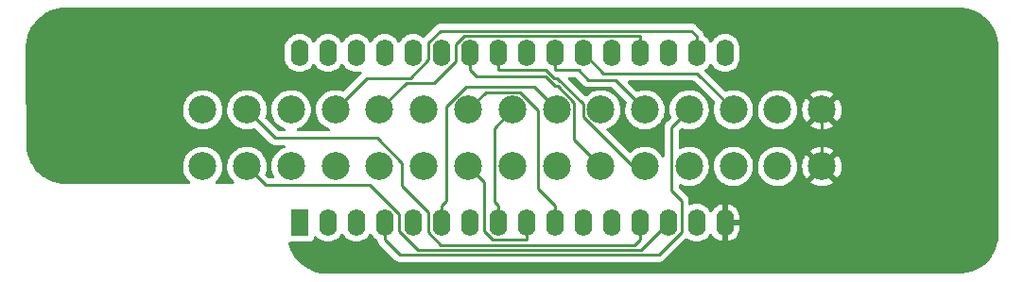
<source format=gbr>
%TF.GenerationSoftware,KiCad,Pcbnew,(6.0.9)*%
%TF.CreationDate,2023-09-02T19:47:14+02:00*%
%TF.ProjectId,p2000t-slot1-adapter-board,70323030-3074-42d7-936c-6f74312d6164,rev?*%
%TF.SameCoordinates,Original*%
%TF.FileFunction,Copper,L1,Top*%
%TF.FilePolarity,Positive*%
%FSLAX46Y46*%
G04 Gerber Fmt 4.6, Leading zero omitted, Abs format (unit mm)*
G04 Created by KiCad (PCBNEW (6.0.9)) date 2023-09-02 19:47:14*
%MOMM*%
%LPD*%
G01*
G04 APERTURE LIST*
%TA.AperFunction,ComponentPad*%
%ADD10C,2.500000*%
%TD*%
%TA.AperFunction,ComponentPad*%
%ADD11R,1.600000X2.400000*%
%TD*%
%TA.AperFunction,ComponentPad*%
%ADD12O,1.600000X2.400000*%
%TD*%
%TA.AperFunction,Conductor*%
%ADD13C,0.250000*%
%TD*%
G04 APERTURE END LIST*
D10*
%TO.P,J2,1a,Pin_1a*%
%TO.N,unconnected-(J2-Pad1a)*%
X31762000Y-27432000D03*
%TO.P,J2,1b,Pin_1b*%
%TO.N,+5V*%
X31762000Y-32512000D03*
%TO.P,J2,2a,Pin_2a*%
%TO.N,D0*%
X35722000Y-27432000D03*
%TO.P,J2,2b,Pin_2b*%
%TO.N,D1*%
X35722000Y-32512000D03*
%TO.P,J2,3a,Pin_3a*%
%TO.N,D2*%
X39682000Y-27432000D03*
%TO.P,J2,3b,Pin_3b*%
%TO.N,D3*%
X39682000Y-32512000D03*
%TO.P,J2,4a,Pin_4a*%
%TO.N,D4*%
X43642000Y-27432000D03*
%TO.P,J2,4b,Pin_4b*%
%TO.N,D5*%
X43642000Y-32512000D03*
%TO.P,J2,5a,Pin_5a*%
%TO.N,D6*%
X47602000Y-27432000D03*
%TO.P,J2,5b,Pin_5b*%
%TO.N,D7*%
X47602000Y-32512000D03*
%TO.P,J2,6a,Pin_6a*%
%TO.N,A0*%
X51562000Y-27432000D03*
%TO.P,J2,6b,Pin_6b*%
%TO.N,A1*%
X51562000Y-32512000D03*
%TO.P,J2,7a,Pin_7a*%
%TO.N,A2*%
X55522000Y-27432000D03*
%TO.P,J2,7b,Pin_7b*%
%TO.N,A3*%
X55522000Y-32512000D03*
%TO.P,J2,8a,Pin_8a*%
%TO.N,A4*%
X59482000Y-27432000D03*
%TO.P,J2,8b,Pin_8b*%
%TO.N,A5*%
X59482000Y-32512000D03*
%TO.P,J2,9a,Pin_9a*%
%TO.N,A6*%
X63442000Y-27432000D03*
%TO.P,J2,9b,Pin_9b*%
%TO.N,A7*%
X63442000Y-32512000D03*
%TO.P,J2,10a,Pin_10a*%
%TO.N,A8*%
X67402000Y-27432000D03*
%TO.P,J2,10b,Pin_10b*%
%TO.N,A9*%
X67402000Y-32512000D03*
%TO.P,J2,11a,Pin_11a*%
%TO.N,A10*%
X71362000Y-27432000D03*
%TO.P,J2,11b,Pin_11b*%
%TO.N,A11*%
X71362000Y-32512000D03*
%TO.P,J2,12a,Pin_12a*%
%TO.N,A12*%
X75322000Y-27432000D03*
%TO.P,J2,12b,Pin_12b*%
%TO.N,CARSEL2*%
X75322000Y-32512000D03*
%TO.P,J2,13a,Pin_13a*%
%TO.N,CARSEL1*%
X79282000Y-27432000D03*
%TO.P,J2,13b,Pin_13b*%
%TO.N,unconnected-(J2-Pad13b)*%
X79282000Y-32512000D03*
%TO.P,J2,14a,Pin_14a*%
%TO.N,unconnected-(J2-Pad14a)*%
X83242000Y-27432000D03*
%TO.P,J2,14b,Pin_14b*%
%TO.N,unconnected-(J2-Pad14b)*%
X83242000Y-32512000D03*
%TO.P,J2,15a,Pin_15a*%
%TO.N,GND*%
X87202000Y-27432000D03*
%TO.P,J2,15b,Pin_15b*%
X87202000Y-32512000D03*
%TD*%
D11*
%TO.P,J1,1,Pin_1*%
%TO.N,unconnected-(J1-Pad1)*%
X40432000Y-37572000D03*
D12*
%TO.P,J1,2,Pin_2*%
%TO.N,unconnected-(J1-Pad2)*%
X42972000Y-37572000D03*
%TO.P,J1,3,Pin_3*%
%TO.N,unconnected-(J1-Pad3)*%
X45512000Y-37572000D03*
%TO.P,J1,4,Pin_4*%
%TO.N,A12*%
X48052000Y-37572000D03*
%TO.P,J1,5,Pin_5*%
%TO.N,A7*%
X50592000Y-37572000D03*
%TO.P,J1,6,Pin_6*%
%TO.N,A6*%
X53132000Y-37572000D03*
%TO.P,J1,7,Pin_7*%
%TO.N,A5*%
X55672000Y-37572000D03*
%TO.P,J1,8,Pin_8*%
%TO.N,A4*%
X58212000Y-37572000D03*
%TO.P,J1,9,Pin_9*%
%TO.N,A3*%
X60752000Y-37572000D03*
%TO.P,J1,10,Pin_10*%
%TO.N,A2*%
X63292000Y-37572000D03*
%TO.P,J1,11,Pin_11*%
%TO.N,A1*%
X65832000Y-37572000D03*
%TO.P,J1,12,Pin_12*%
%TO.N,A0*%
X68372000Y-37572000D03*
%TO.P,J1,13,Pin_13*%
%TO.N,D0*%
X70912000Y-37572000D03*
%TO.P,J1,14,Pin_14*%
%TO.N,D1*%
X73452000Y-37572000D03*
%TO.P,J1,15,Pin_15*%
%TO.N,D2*%
X75992000Y-37572000D03*
%TO.P,J1,16,Pin_16*%
%TO.N,GND*%
X78532000Y-37572000D03*
%TO.P,J1,17,Pin_17*%
%TO.N,D3*%
X78532000Y-22332000D03*
%TO.P,J1,18,Pin_18*%
%TO.N,D4*%
X75992000Y-22332000D03*
%TO.P,J1,19,Pin_19*%
%TO.N,D5*%
X73452000Y-22332000D03*
%TO.P,J1,20,Pin_20*%
%TO.N,D6*%
X70912000Y-22332000D03*
%TO.P,J1,21,Pin_21*%
%TO.N,D7*%
X68372000Y-22332000D03*
%TO.P,J1,22,Pin_22*%
%TO.N,CARSEL1*%
X65832000Y-22332000D03*
%TO.P,J1,23,Pin_23*%
%TO.N,A10*%
X63292000Y-22332000D03*
%TO.P,J1,24,Pin_24*%
%TO.N,CARSEL2*%
X60752000Y-22332000D03*
%TO.P,J1,25,Pin_25*%
%TO.N,A11*%
X58212000Y-22332000D03*
%TO.P,J1,26,Pin_26*%
%TO.N,A9*%
X55672000Y-22332000D03*
%TO.P,J1,27,Pin_27*%
%TO.N,A8*%
X53132000Y-22332000D03*
%TO.P,J1,28,Pin_28*%
%TO.N,unconnected-(J1-Pad28)*%
X50592000Y-22332000D03*
%TO.P,J1,29,Pin_29*%
%TO.N,unconnected-(J1-Pad29)*%
X48052000Y-22332000D03*
%TO.P,J1,30,Pin_30*%
%TO.N,unconnected-(J1-Pad30)*%
X45512000Y-22332000D03*
%TO.P,J1,31,Pin_31*%
%TO.N,unconnected-(J1-Pad31)*%
X42972000Y-22332000D03*
%TO.P,J1,32,Pin_32*%
%TO.N,+5V*%
X40432000Y-22332000D03*
%TD*%
D13*
%TO.N,A9*%
X65037600Y-30147600D02*
X67402000Y-32512000D01*
X65037600Y-26764300D02*
X65037600Y-30147600D01*
X63562400Y-25289100D02*
X65037600Y-26764300D01*
X63300500Y-25289100D02*
X63562400Y-25289100D01*
X62483200Y-24471800D02*
X63300500Y-25289100D01*
X56286500Y-24471800D02*
X62483200Y-24471800D01*
X55672000Y-23857300D02*
X56286500Y-24471800D01*
X55672000Y-22332000D02*
X55672000Y-23857300D01*
%TO.N,A11*%
X58212000Y-22332000D02*
X58212000Y-23857300D01*
X62505600Y-23857300D02*
X58212000Y-23857300D01*
X63238200Y-24589900D02*
X62505600Y-23857300D01*
X63500100Y-24589900D02*
X63238200Y-24589900D01*
X65826700Y-26916500D02*
X63500100Y-24589900D01*
X65826700Y-28084500D02*
X65826700Y-26916500D01*
X70254200Y-32512000D02*
X65826700Y-28084500D01*
X71362000Y-32512000D02*
X70254200Y-32512000D01*
%TO.N,A10*%
X63292000Y-22332000D02*
X63292000Y-23857300D01*
X68704600Y-24774600D02*
X71362000Y-27432000D01*
X66316700Y-24774600D02*
X68704600Y-24774600D01*
X65399400Y-23857300D02*
X66316700Y-24774600D01*
X63292000Y-23857300D02*
X65399400Y-23857300D01*
%TO.N,CARSEL1*%
X76015000Y-24165000D02*
X79282000Y-27432000D01*
X67665000Y-24165000D02*
X76015000Y-24165000D01*
X65832000Y-22332000D02*
X67665000Y-24165000D01*
%TO.N,D6*%
X49990200Y-25043800D02*
X47602000Y-27432000D01*
X52469000Y-25043800D02*
X49990200Y-25043800D01*
X54402000Y-23110800D02*
X52469000Y-25043800D01*
X54402000Y-21583800D02*
X54402000Y-23110800D01*
X55179100Y-20806700D02*
X54402000Y-21583800D01*
X70912000Y-20806700D02*
X55179100Y-20806700D01*
X70912000Y-22332000D02*
X70912000Y-20806700D01*
%TO.N,D4*%
X46480600Y-24593400D02*
X43642000Y-27432000D01*
X50361000Y-24593400D02*
X46480600Y-24593400D01*
X52006600Y-22947800D02*
X50361000Y-24593400D01*
X52006600Y-21422000D02*
X52006600Y-22947800D01*
X53089200Y-20339400D02*
X52006600Y-21422000D01*
X75524700Y-20339400D02*
X53089200Y-20339400D01*
X75992000Y-20806700D02*
X75524700Y-20339400D01*
X75992000Y-22332000D02*
X75992000Y-20806700D01*
%TO.N,GND*%
X87202000Y-32512000D02*
X87202000Y-27432000D01*
%TO.N,D1*%
X71024300Y-39999700D02*
X73452000Y-37572000D01*
X51022000Y-39999700D02*
X71024300Y-39999700D01*
X49322000Y-38299700D02*
X51022000Y-39999700D01*
X49322000Y-36814600D02*
X49322000Y-38299700D01*
X46716000Y-34208600D02*
X49322000Y-36814600D01*
X37418600Y-34208600D02*
X46716000Y-34208600D01*
X35722000Y-32512000D02*
X37418600Y-34208600D01*
%TO.N,D0*%
X38262000Y-29972000D02*
X35722000Y-27432000D01*
X47367200Y-29972000D02*
X38262000Y-29972000D01*
X49582100Y-32186900D02*
X47367200Y-29972000D01*
X49582100Y-34270600D02*
X49582100Y-32186900D01*
X51935900Y-36624400D02*
X49582100Y-34270600D01*
X51935900Y-38422400D02*
X51935900Y-36624400D01*
X53062900Y-39549400D02*
X51935900Y-38422400D01*
X70459900Y-39549400D02*
X53062900Y-39549400D01*
X70912000Y-39097300D02*
X70459900Y-39549400D01*
X70912000Y-37572000D02*
X70912000Y-39097300D01*
%TO.N,A2*%
X57097300Y-25856700D02*
X55522000Y-27432000D01*
X60160100Y-25856700D02*
X57097300Y-25856700D01*
X61766700Y-27463300D02*
X60160100Y-25856700D01*
X61766700Y-34521400D02*
X61766700Y-27463300D01*
X63292000Y-36046700D02*
X61766700Y-34521400D01*
X63292000Y-37572000D02*
X63292000Y-36046700D01*
%TO.N,A3*%
X56942000Y-33932000D02*
X55522000Y-32512000D01*
X56942000Y-38309800D02*
X56942000Y-33932000D01*
X57729500Y-39097300D02*
X56942000Y-38309800D01*
X60752000Y-39097300D02*
X57729500Y-39097300D01*
X60752000Y-37572000D02*
X60752000Y-39097300D01*
%TO.N,A4*%
X57857000Y-29057000D02*
X59482000Y-27432000D01*
X57857000Y-35691700D02*
X57857000Y-29057000D01*
X58212000Y-36046700D02*
X57857000Y-35691700D01*
X58212000Y-37572000D02*
X58212000Y-36046700D01*
%TO.N,A6*%
X61415000Y-25405000D02*
X63442000Y-27432000D01*
X55319400Y-25405000D02*
X61415000Y-25405000D01*
X53598500Y-27125900D02*
X55319400Y-25405000D01*
X53598500Y-35580200D02*
X53598500Y-27125900D01*
X53132000Y-36046700D02*
X53598500Y-35580200D01*
X53132000Y-37572000D02*
X53132000Y-36046700D01*
%TO.N,A12*%
X73744300Y-29009700D02*
X75322000Y-27432000D01*
X73744300Y-34687700D02*
X73744300Y-29009700D01*
X74629100Y-35572500D02*
X73744300Y-34687700D01*
X74629100Y-38437000D02*
X74629100Y-35572500D01*
X72616000Y-40450100D02*
X74629100Y-38437000D01*
X49404800Y-40450100D02*
X72616000Y-40450100D01*
X48052000Y-39097300D02*
X49404800Y-40450100D01*
X48052000Y-37572000D02*
X48052000Y-39097300D01*
%TD*%
%TA.AperFunction,Conductor*%
%TO.N,GND*%
G36*
X99457018Y-18270000D02*
G01*
X99471852Y-18272310D01*
X99471855Y-18272310D01*
X99480724Y-18273691D01*
X99489627Y-18272527D01*
X99489629Y-18272527D01*
X99500078Y-18271161D01*
X99522594Y-18270249D01*
X99829322Y-18285318D01*
X99841618Y-18286528D01*
X100174520Y-18335910D01*
X100186642Y-18338320D01*
X100282572Y-18362350D01*
X100513101Y-18420095D01*
X100524933Y-18423684D01*
X100841803Y-18537061D01*
X100853227Y-18541793D01*
X101157456Y-18685683D01*
X101168361Y-18691512D01*
X101457024Y-18864530D01*
X101467305Y-18871400D01*
X101737613Y-19071874D01*
X101747171Y-19079718D01*
X101996531Y-19305725D01*
X102005275Y-19314469D01*
X102231282Y-19563829D01*
X102239126Y-19573387D01*
X102439600Y-19843695D01*
X102446470Y-19853976D01*
X102619488Y-20142639D01*
X102625317Y-20153544D01*
X102769207Y-20457773D01*
X102773939Y-20469197D01*
X102887316Y-20786067D01*
X102890905Y-20797899D01*
X102923077Y-20926336D01*
X102970795Y-21116832D01*
X102972679Y-21124355D01*
X102975090Y-21136480D01*
X103012282Y-21387203D01*
X103024471Y-21469377D01*
X103025682Y-21481676D01*
X103025997Y-21488067D01*
X103040390Y-21781034D01*
X103039042Y-21806598D01*
X103037309Y-21817724D01*
X103041436Y-21849283D01*
X103042500Y-21865621D01*
X103042500Y-38538633D01*
X103041000Y-38558018D01*
X103039386Y-38568386D01*
X103037309Y-38581724D01*
X103038473Y-38590627D01*
X103038473Y-38590629D01*
X103039839Y-38601078D01*
X103040751Y-38623594D01*
X103025683Y-38930317D01*
X103024472Y-38942618D01*
X102978357Y-39253498D01*
X102975091Y-39275517D01*
X102972680Y-39287642D01*
X102953002Y-39366200D01*
X102890905Y-39614101D01*
X102887316Y-39625933D01*
X102773939Y-39942803D01*
X102769207Y-39954227D01*
X102625317Y-40258456D01*
X102619488Y-40269361D01*
X102446470Y-40558024D01*
X102439600Y-40568305D01*
X102239126Y-40838613D01*
X102231282Y-40848171D01*
X102005275Y-41097531D01*
X101996531Y-41106275D01*
X101747171Y-41332282D01*
X101737613Y-41340126D01*
X101467305Y-41540600D01*
X101457024Y-41547470D01*
X101168361Y-41720488D01*
X101157456Y-41726317D01*
X100853227Y-41870207D01*
X100841803Y-41874939D01*
X100524933Y-41988316D01*
X100513101Y-41991905D01*
X100282572Y-42049650D01*
X100186642Y-42073680D01*
X100174520Y-42076090D01*
X99841618Y-42125472D01*
X99829324Y-42126682D01*
X99529962Y-42141390D01*
X99504402Y-42140042D01*
X99493276Y-42138309D01*
X99464890Y-42142021D01*
X99461602Y-42142451D01*
X99445311Y-42143515D01*
X42975293Y-42163483D01*
X42955866Y-42161982D01*
X42941149Y-42159690D01*
X42941145Y-42159690D01*
X42932276Y-42158309D01*
X42923373Y-42159473D01*
X42923371Y-42159473D01*
X42912922Y-42160839D01*
X42890406Y-42161751D01*
X42583678Y-42146682D01*
X42571382Y-42145472D01*
X42238480Y-42096090D01*
X42226358Y-42093680D01*
X42130428Y-42069650D01*
X41899899Y-42011905D01*
X41888067Y-42008316D01*
X41571197Y-41894939D01*
X41559773Y-41890207D01*
X41255544Y-41746317D01*
X41244639Y-41740488D01*
X40955976Y-41567470D01*
X40945695Y-41560600D01*
X40675387Y-41360126D01*
X40665829Y-41352282D01*
X40416469Y-41126275D01*
X40407725Y-41117531D01*
X40181718Y-40868171D01*
X40173874Y-40858613D01*
X39973400Y-40588305D01*
X39966530Y-40578024D01*
X39793512Y-40289361D01*
X39787683Y-40278456D01*
X39643793Y-39974227D01*
X39639061Y-39962803D01*
X39525684Y-39645933D01*
X39522095Y-39634101D01*
X39472752Y-39437116D01*
X39475603Y-39366177D01*
X39516353Y-39308040D01*
X39582066Y-39281163D01*
X39594976Y-39280500D01*
X41280134Y-39280500D01*
X41342316Y-39273745D01*
X41478705Y-39222615D01*
X41595261Y-39135261D01*
X41682615Y-39018705D01*
X41733745Y-38882316D01*
X41734917Y-38871526D01*
X41735803Y-38869394D01*
X41736425Y-38866778D01*
X41736848Y-38866879D01*
X41762155Y-38805965D01*
X41820517Y-38765537D01*
X41891471Y-38763078D01*
X41952490Y-38799371D01*
X41959489Y-38808031D01*
X41962643Y-38811789D01*
X41965802Y-38816300D01*
X42127700Y-38978198D01*
X42132206Y-38981353D01*
X42132211Y-38981357D01*
X42168689Y-39006899D01*
X42315251Y-39109523D01*
X42320233Y-39111846D01*
X42320238Y-39111849D01*
X42516765Y-39203490D01*
X42522757Y-39206284D01*
X42528065Y-39207706D01*
X42528067Y-39207707D01*
X42738598Y-39264119D01*
X42738600Y-39264119D01*
X42743913Y-39265543D01*
X42972000Y-39285498D01*
X43200087Y-39265543D01*
X43205400Y-39264119D01*
X43205402Y-39264119D01*
X43415933Y-39207707D01*
X43415935Y-39207706D01*
X43421243Y-39206284D01*
X43427235Y-39203490D01*
X43623762Y-39111849D01*
X43623767Y-39111846D01*
X43628749Y-39109523D01*
X43775311Y-39006899D01*
X43811789Y-38981357D01*
X43811794Y-38981353D01*
X43816300Y-38978198D01*
X43978198Y-38816300D01*
X44000183Y-38784903D01*
X44106366Y-38633257D01*
X44109523Y-38628749D01*
X44111846Y-38623767D01*
X44111849Y-38623762D01*
X44127805Y-38589543D01*
X44174722Y-38536258D01*
X44242999Y-38516797D01*
X44310959Y-38537339D01*
X44356195Y-38589543D01*
X44372151Y-38623762D01*
X44372154Y-38623767D01*
X44374477Y-38628749D01*
X44377634Y-38633257D01*
X44483818Y-38784903D01*
X44505802Y-38816300D01*
X44667700Y-38978198D01*
X44672206Y-38981353D01*
X44672211Y-38981357D01*
X44708689Y-39006899D01*
X44855251Y-39109523D01*
X44860233Y-39111846D01*
X44860238Y-39111849D01*
X45056765Y-39203490D01*
X45062757Y-39206284D01*
X45068065Y-39207706D01*
X45068067Y-39207707D01*
X45278598Y-39264119D01*
X45278600Y-39264119D01*
X45283913Y-39265543D01*
X45512000Y-39285498D01*
X45740087Y-39265543D01*
X45745400Y-39264119D01*
X45745402Y-39264119D01*
X45955933Y-39207707D01*
X45955935Y-39207706D01*
X45961243Y-39206284D01*
X45967235Y-39203490D01*
X46163762Y-39111849D01*
X46163767Y-39111846D01*
X46168749Y-39109523D01*
X46315311Y-39006899D01*
X46351789Y-38981357D01*
X46351794Y-38981353D01*
X46356300Y-38978198D01*
X46518198Y-38816300D01*
X46540183Y-38784903D01*
X46646366Y-38633257D01*
X46649523Y-38628749D01*
X46651846Y-38623767D01*
X46651849Y-38623762D01*
X46667805Y-38589543D01*
X46714722Y-38536258D01*
X46782999Y-38516797D01*
X46850959Y-38537339D01*
X46896195Y-38589543D01*
X46912151Y-38623762D01*
X46912154Y-38623767D01*
X46914477Y-38628749D01*
X46917634Y-38633257D01*
X47023818Y-38784903D01*
X47045802Y-38816300D01*
X47207700Y-38978198D01*
X47212206Y-38981353D01*
X47212211Y-38981357D01*
X47367411Y-39090029D01*
X47411739Y-39145486D01*
X47419420Y-39181501D01*
X47419837Y-39181435D01*
X47421078Y-39189269D01*
X47421327Y-39197189D01*
X47424383Y-39207707D01*
X47426978Y-39216639D01*
X47430987Y-39236000D01*
X47433526Y-39256097D01*
X47436445Y-39263468D01*
X47436445Y-39263470D01*
X47449804Y-39297212D01*
X47453649Y-39308442D01*
X47463771Y-39343283D01*
X47465982Y-39350893D01*
X47470015Y-39357712D01*
X47470017Y-39357717D01*
X47476293Y-39368328D01*
X47484988Y-39386076D01*
X47492448Y-39404917D01*
X47497110Y-39411333D01*
X47497110Y-39411334D01*
X47518436Y-39440687D01*
X47524952Y-39450607D01*
X47547458Y-39488662D01*
X47561779Y-39502983D01*
X47574619Y-39518016D01*
X47586528Y-39534407D01*
X47592634Y-39539458D01*
X47620605Y-39562598D01*
X47629384Y-39570588D01*
X48901148Y-40842353D01*
X48908688Y-40850639D01*
X48912800Y-40857118D01*
X48918577Y-40862543D01*
X48962451Y-40903743D01*
X48965293Y-40906498D01*
X48985030Y-40926235D01*
X48988227Y-40928715D01*
X48997247Y-40936418D01*
X49029479Y-40966686D01*
X49036425Y-40970505D01*
X49036428Y-40970507D01*
X49047234Y-40976448D01*
X49063753Y-40987299D01*
X49079759Y-40999714D01*
X49087028Y-41002859D01*
X49087032Y-41002862D01*
X49120337Y-41017274D01*
X49130987Y-41022491D01*
X49169740Y-41043795D01*
X49177415Y-41045766D01*
X49177416Y-41045766D01*
X49189362Y-41048833D01*
X49208067Y-41055237D01*
X49226655Y-41063281D01*
X49234478Y-41064520D01*
X49234488Y-41064523D01*
X49270324Y-41070199D01*
X49281944Y-41072605D01*
X49313759Y-41080773D01*
X49324770Y-41083600D01*
X49345024Y-41083600D01*
X49364734Y-41085151D01*
X49384743Y-41088320D01*
X49392635Y-41087574D01*
X49411380Y-41085802D01*
X49428762Y-41084159D01*
X49440619Y-41083600D01*
X72537233Y-41083600D01*
X72548416Y-41084127D01*
X72555909Y-41085802D01*
X72563835Y-41085553D01*
X72563836Y-41085553D01*
X72623986Y-41083662D01*
X72627945Y-41083600D01*
X72655856Y-41083600D01*
X72659791Y-41083103D01*
X72659856Y-41083095D01*
X72671693Y-41082162D01*
X72703951Y-41081148D01*
X72707970Y-41081022D01*
X72715889Y-41080773D01*
X72735343Y-41075121D01*
X72754700Y-41071113D01*
X72766930Y-41069568D01*
X72766931Y-41069568D01*
X72774797Y-41068574D01*
X72782168Y-41065655D01*
X72782170Y-41065655D01*
X72815912Y-41052296D01*
X72827142Y-41048451D01*
X72861983Y-41038329D01*
X72861984Y-41038329D01*
X72869593Y-41036118D01*
X72876412Y-41032085D01*
X72876417Y-41032083D01*
X72887028Y-41025807D01*
X72904776Y-41017112D01*
X72923617Y-41009652D01*
X72959387Y-40983664D01*
X72969307Y-40977148D01*
X73000535Y-40958680D01*
X73000538Y-40958678D01*
X73007362Y-40954642D01*
X73021683Y-40940321D01*
X73036717Y-40927480D01*
X73046694Y-40920231D01*
X73053107Y-40915572D01*
X73081298Y-40881495D01*
X73089288Y-40872716D01*
X74977283Y-38984721D01*
X75039595Y-38950695D01*
X75110410Y-38955760D01*
X75145998Y-38976496D01*
X75147700Y-38978198D01*
X75335251Y-39109523D01*
X75340233Y-39111846D01*
X75340238Y-39111849D01*
X75536765Y-39203490D01*
X75542757Y-39206284D01*
X75548065Y-39207706D01*
X75548067Y-39207707D01*
X75758598Y-39264119D01*
X75758600Y-39264119D01*
X75763913Y-39265543D01*
X75992000Y-39285498D01*
X76220087Y-39265543D01*
X76225400Y-39264119D01*
X76225402Y-39264119D01*
X76435933Y-39207707D01*
X76435935Y-39207706D01*
X76441243Y-39206284D01*
X76447235Y-39203490D01*
X76643762Y-39111849D01*
X76643767Y-39111846D01*
X76648749Y-39109523D01*
X76795311Y-39006899D01*
X76831789Y-38981357D01*
X76831794Y-38981353D01*
X76836300Y-38978198D01*
X76998198Y-38816300D01*
X77020183Y-38784903D01*
X77126366Y-38633257D01*
X77129523Y-38628749D01*
X77131846Y-38623767D01*
X77131849Y-38623762D01*
X77148081Y-38588951D01*
X77194998Y-38535666D01*
X77263275Y-38516205D01*
X77331235Y-38536747D01*
X77376471Y-38588951D01*
X77392586Y-38623511D01*
X77398069Y-38633007D01*
X77523028Y-38811467D01*
X77530084Y-38819875D01*
X77684125Y-38973916D01*
X77692533Y-38980972D01*
X77870993Y-39105931D01*
X77880489Y-39111414D01*
X78077947Y-39203490D01*
X78088239Y-39207236D01*
X78260503Y-39253394D01*
X78274599Y-39253058D01*
X78278000Y-39245116D01*
X78278000Y-39239967D01*
X78786000Y-39239967D01*
X78789973Y-39253498D01*
X78798522Y-39254727D01*
X78975761Y-39207236D01*
X78986053Y-39203490D01*
X79183511Y-39111414D01*
X79193007Y-39105931D01*
X79371467Y-38980972D01*
X79379875Y-38973916D01*
X79533916Y-38819875D01*
X79540972Y-38811467D01*
X79665931Y-38633007D01*
X79671414Y-38623511D01*
X79763490Y-38426053D01*
X79767236Y-38415761D01*
X79823625Y-38205312D01*
X79825528Y-38194519D01*
X79839762Y-38031830D01*
X79840000Y-38026365D01*
X79840000Y-37844115D01*
X79835525Y-37828876D01*
X79834135Y-37827671D01*
X79826452Y-37826000D01*
X78804115Y-37826000D01*
X78788876Y-37830475D01*
X78787671Y-37831865D01*
X78786000Y-37839548D01*
X78786000Y-39239967D01*
X78278000Y-39239967D01*
X78278000Y-37299885D01*
X78786000Y-37299885D01*
X78790475Y-37315124D01*
X78791865Y-37316329D01*
X78799548Y-37318000D01*
X79821885Y-37318000D01*
X79837124Y-37313525D01*
X79838329Y-37312135D01*
X79840000Y-37304452D01*
X79840000Y-37117635D01*
X79839762Y-37112170D01*
X79825528Y-36949481D01*
X79823625Y-36938688D01*
X79767236Y-36728239D01*
X79763490Y-36717947D01*
X79671414Y-36520489D01*
X79665931Y-36510993D01*
X79540972Y-36332533D01*
X79533916Y-36324125D01*
X79379875Y-36170084D01*
X79371467Y-36163028D01*
X79193007Y-36038069D01*
X79183511Y-36032586D01*
X78986053Y-35940510D01*
X78975761Y-35936764D01*
X78803497Y-35890606D01*
X78789401Y-35890942D01*
X78786000Y-35898884D01*
X78786000Y-37299885D01*
X78278000Y-37299885D01*
X78278000Y-35904033D01*
X78274027Y-35890502D01*
X78265478Y-35889273D01*
X78088239Y-35936764D01*
X78077947Y-35940510D01*
X77880489Y-36032586D01*
X77870993Y-36038069D01*
X77692533Y-36163028D01*
X77684125Y-36170084D01*
X77530084Y-36324125D01*
X77523028Y-36332533D01*
X77398069Y-36510993D01*
X77392586Y-36520489D01*
X77376471Y-36555049D01*
X77329554Y-36608334D01*
X77261277Y-36627795D01*
X77193317Y-36607253D01*
X77148081Y-36555049D01*
X77131849Y-36520238D01*
X77131846Y-36520233D01*
X77129523Y-36515251D01*
X76998198Y-36327700D01*
X76836300Y-36165802D01*
X76831792Y-36162645D01*
X76831789Y-36162643D01*
X76731804Y-36092633D01*
X76648749Y-36034477D01*
X76643767Y-36032154D01*
X76643762Y-36032151D01*
X76446225Y-35940039D01*
X76446224Y-35940039D01*
X76441243Y-35937716D01*
X76435935Y-35936294D01*
X76435933Y-35936293D01*
X76225402Y-35879881D01*
X76225400Y-35879881D01*
X76220087Y-35878457D01*
X75992000Y-35858502D01*
X75763913Y-35878457D01*
X75758600Y-35879881D01*
X75758598Y-35879881D01*
X75548067Y-35936293D01*
X75548065Y-35936294D01*
X75542757Y-35937716D01*
X75537775Y-35940039D01*
X75537770Y-35940041D01*
X75441849Y-35984769D01*
X75371658Y-35995430D01*
X75306845Y-35966450D01*
X75267989Y-35907030D01*
X75262600Y-35870574D01*
X75262600Y-35651267D01*
X75263127Y-35640084D01*
X75264802Y-35632591D01*
X75263538Y-35592365D01*
X75262662Y-35564514D01*
X75262600Y-35560555D01*
X75262600Y-35532644D01*
X75262095Y-35528644D01*
X75261162Y-35516801D01*
X75260022Y-35480529D01*
X75259773Y-35472610D01*
X75254122Y-35453158D01*
X75250114Y-35433806D01*
X75248567Y-35421563D01*
X75247574Y-35413703D01*
X75233084Y-35377104D01*
X75231300Y-35372597D01*
X75227455Y-35361370D01*
X75219423Y-35333726D01*
X75215118Y-35318907D01*
X75211084Y-35312085D01*
X75211081Y-35312079D01*
X75204806Y-35301468D01*
X75196110Y-35283718D01*
X75191572Y-35272256D01*
X75191569Y-35272251D01*
X75188652Y-35264883D01*
X75162673Y-35229125D01*
X75156157Y-35219207D01*
X75137675Y-35187957D01*
X75133642Y-35181137D01*
X75119318Y-35166813D01*
X75106476Y-35151778D01*
X75094572Y-35135393D01*
X75060506Y-35107211D01*
X75051727Y-35099222D01*
X74414705Y-34462200D01*
X74380679Y-34399888D01*
X74377800Y-34373105D01*
X74377800Y-34211024D01*
X74397802Y-34142903D01*
X74451458Y-34096410D01*
X74521732Y-34086306D01*
X74562463Y-34099514D01*
X74618834Y-34129172D01*
X74717454Y-34163612D01*
X74853220Y-34211024D01*
X74865590Y-34215344D01*
X74870183Y-34216216D01*
X75117785Y-34263224D01*
X75117788Y-34263224D01*
X75122374Y-34264095D01*
X75252958Y-34269226D01*
X75378875Y-34274174D01*
X75378881Y-34274174D01*
X75383543Y-34274357D01*
X75462977Y-34265657D01*
X75638707Y-34246412D01*
X75638712Y-34246411D01*
X75643360Y-34245902D01*
X75756116Y-34216216D01*
X75891594Y-34180548D01*
X75891596Y-34180547D01*
X75896117Y-34179357D01*
X75932765Y-34163612D01*
X76123595Y-34081624D01*
X76136262Y-34076182D01*
X76152715Y-34066001D01*
X76354547Y-33941104D01*
X76354548Y-33941104D01*
X76358519Y-33938646D01*
X76362082Y-33935629D01*
X76362087Y-33935626D01*
X76554439Y-33772787D01*
X76554440Y-33772786D01*
X76558005Y-33769768D01*
X76646451Y-33668915D01*
X76727257Y-33576774D01*
X76727261Y-33576769D01*
X76730339Y-33573259D01*
X76732872Y-33569322D01*
X76869205Y-33357367D01*
X76871733Y-33353437D01*
X76979083Y-33115129D01*
X76999867Y-33041436D01*
X77048760Y-32868076D01*
X77048761Y-32868073D01*
X77050030Y-32863572D01*
X77066840Y-32731435D01*
X77082616Y-32607421D01*
X77082616Y-32607417D01*
X77083014Y-32604291D01*
X77083098Y-32601108D01*
X77084422Y-32550527D01*
X77085431Y-32512000D01*
X77082001Y-32465839D01*
X77519173Y-32465839D01*
X77519397Y-32470505D01*
X77519397Y-32470511D01*
X77522917Y-32543787D01*
X77531713Y-32726908D01*
X77582704Y-32983256D01*
X77671026Y-33229252D01*
X77673242Y-33233376D01*
X77779519Y-33431168D01*
X77794737Y-33459491D01*
X77797532Y-33463234D01*
X77797534Y-33463237D01*
X77948330Y-33665177D01*
X77948335Y-33665183D01*
X77951122Y-33668915D01*
X77954431Y-33672195D01*
X77954436Y-33672201D01*
X78117546Y-33833893D01*
X78136743Y-33852923D01*
X78140505Y-33855681D01*
X78140508Y-33855684D01*
X78337800Y-34000344D01*
X78347524Y-34007474D01*
X78351667Y-34009654D01*
X78351669Y-34009655D01*
X78574684Y-34126989D01*
X78574689Y-34126991D01*
X78578834Y-34129172D01*
X78677454Y-34163612D01*
X78813220Y-34211024D01*
X78825590Y-34215344D01*
X78830183Y-34216216D01*
X79077785Y-34263224D01*
X79077788Y-34263224D01*
X79082374Y-34264095D01*
X79212958Y-34269226D01*
X79338875Y-34274174D01*
X79338881Y-34274174D01*
X79343543Y-34274357D01*
X79422977Y-34265657D01*
X79598707Y-34246412D01*
X79598712Y-34246411D01*
X79603360Y-34245902D01*
X79716116Y-34216216D01*
X79851594Y-34180548D01*
X79851596Y-34180547D01*
X79856117Y-34179357D01*
X79892765Y-34163612D01*
X80083595Y-34081624D01*
X80096262Y-34076182D01*
X80112715Y-34066001D01*
X80314547Y-33941104D01*
X80314548Y-33941104D01*
X80318519Y-33938646D01*
X80322082Y-33935629D01*
X80322087Y-33935626D01*
X80514439Y-33772787D01*
X80514440Y-33772786D01*
X80518005Y-33769768D01*
X80606451Y-33668915D01*
X80687257Y-33576774D01*
X80687261Y-33576769D01*
X80690339Y-33573259D01*
X80692872Y-33569322D01*
X80829205Y-33357367D01*
X80831733Y-33353437D01*
X80939083Y-33115129D01*
X80959867Y-33041436D01*
X81008760Y-32868076D01*
X81008761Y-32868073D01*
X81010030Y-32863572D01*
X81026840Y-32731435D01*
X81042616Y-32607421D01*
X81042616Y-32607417D01*
X81043014Y-32604291D01*
X81043098Y-32601108D01*
X81044422Y-32550527D01*
X81045431Y-32512000D01*
X81042001Y-32465839D01*
X81479173Y-32465839D01*
X81479397Y-32470505D01*
X81479397Y-32470511D01*
X81482917Y-32543787D01*
X81491713Y-32726908D01*
X81542704Y-32983256D01*
X81631026Y-33229252D01*
X81633242Y-33233376D01*
X81739519Y-33431168D01*
X81754737Y-33459491D01*
X81757532Y-33463234D01*
X81757534Y-33463237D01*
X81908330Y-33665177D01*
X81908335Y-33665183D01*
X81911122Y-33668915D01*
X81914431Y-33672195D01*
X81914436Y-33672201D01*
X82077546Y-33833893D01*
X82096743Y-33852923D01*
X82100505Y-33855681D01*
X82100508Y-33855684D01*
X82297800Y-34000344D01*
X82307524Y-34007474D01*
X82311667Y-34009654D01*
X82311669Y-34009655D01*
X82534684Y-34126989D01*
X82534689Y-34126991D01*
X82538834Y-34129172D01*
X82637454Y-34163612D01*
X82773220Y-34211024D01*
X82785590Y-34215344D01*
X82790183Y-34216216D01*
X83037785Y-34263224D01*
X83037788Y-34263224D01*
X83042374Y-34264095D01*
X83172958Y-34269226D01*
X83298875Y-34274174D01*
X83298881Y-34274174D01*
X83303543Y-34274357D01*
X83382977Y-34265657D01*
X83558707Y-34246412D01*
X83558712Y-34246411D01*
X83563360Y-34245902D01*
X83676116Y-34216216D01*
X83811594Y-34180548D01*
X83811596Y-34180547D01*
X83816117Y-34179357D01*
X83852765Y-34163612D01*
X84043595Y-34081624D01*
X84056262Y-34076182D01*
X84072715Y-34066001D01*
X84274547Y-33941104D01*
X84274548Y-33941104D01*
X84278519Y-33938646D01*
X84282082Y-33935629D01*
X84282087Y-33935626D01*
X84299207Y-33921133D01*
X86157612Y-33921133D01*
X86166325Y-33932653D01*
X86264018Y-34004284D01*
X86271928Y-34009227D01*
X86494890Y-34126533D01*
X86503453Y-34130256D01*
X86741304Y-34213318D01*
X86750313Y-34215732D01*
X86997842Y-34262727D01*
X87007098Y-34263781D01*
X87258857Y-34273673D01*
X87268171Y-34273347D01*
X87518615Y-34245920D01*
X87527792Y-34244219D01*
X87771431Y-34180074D01*
X87780251Y-34177037D01*
X88011736Y-34077583D01*
X88020008Y-34073276D01*
X88234249Y-33940700D01*
X88241188Y-33935658D01*
X88249518Y-33923019D01*
X88243456Y-33912666D01*
X87214812Y-32884022D01*
X87200868Y-32876408D01*
X87199035Y-32876539D01*
X87192420Y-32880790D01*
X86164270Y-33908940D01*
X86157612Y-33921133D01*
X84299207Y-33921133D01*
X84474439Y-33772787D01*
X84474440Y-33772786D01*
X84478005Y-33769768D01*
X84566451Y-33668915D01*
X84647257Y-33576774D01*
X84647261Y-33576769D01*
X84650339Y-33573259D01*
X84652872Y-33569322D01*
X84789205Y-33357367D01*
X84791733Y-33353437D01*
X84899083Y-33115129D01*
X84919867Y-33041436D01*
X84968760Y-32868076D01*
X84968761Y-32868073D01*
X84970030Y-32863572D01*
X84986840Y-32731435D01*
X85002616Y-32607421D01*
X85002616Y-32607417D01*
X85003014Y-32604291D01*
X85003098Y-32601108D01*
X85004422Y-32550527D01*
X85005431Y-32512000D01*
X85002349Y-32470523D01*
X85439898Y-32470523D01*
X85451987Y-32722175D01*
X85453124Y-32731435D01*
X85502274Y-32978535D01*
X85504768Y-32987528D01*
X85589900Y-33224639D01*
X85593700Y-33233174D01*
X85712946Y-33455101D01*
X85717957Y-33462968D01*
X85781446Y-33547990D01*
X85792704Y-33556439D01*
X85805123Y-33549667D01*
X86829978Y-32524812D01*
X86836356Y-32513132D01*
X87566408Y-32513132D01*
X87566539Y-32514965D01*
X87570790Y-32521580D01*
X88601913Y-33552703D01*
X88614293Y-33559463D01*
X88622634Y-33553219D01*
X88748765Y-33357127D01*
X88753212Y-33348936D01*
X88856691Y-33119222D01*
X88859882Y-33110455D01*
X88928269Y-32867976D01*
X88930129Y-32858834D01*
X88962116Y-32607396D01*
X88962597Y-32601108D01*
X88964847Y-32515160D01*
X88964696Y-32508851D01*
X88945912Y-32256074D01*
X88944536Y-32246868D01*
X88888929Y-32001126D01*
X88886205Y-31992215D01*
X88794888Y-31757392D01*
X88790877Y-31748983D01*
X88665854Y-31530240D01*
X88660643Y-31522514D01*
X88623391Y-31475261D01*
X88611466Y-31466790D01*
X88599934Y-31473276D01*
X87574022Y-32499188D01*
X87566408Y-32513132D01*
X86836356Y-32513132D01*
X86837592Y-32510868D01*
X86837461Y-32509035D01*
X86833210Y-32502420D01*
X85803321Y-31472531D01*
X85790013Y-31465264D01*
X85779974Y-31472386D01*
X85769761Y-31484666D01*
X85764346Y-31492258D01*
X85633646Y-31707646D01*
X85629408Y-31715963D01*
X85531981Y-31948299D01*
X85529020Y-31957149D01*
X85467006Y-32201331D01*
X85465384Y-32210528D01*
X85440143Y-32461198D01*
X85439898Y-32470523D01*
X85002349Y-32470523D01*
X84986061Y-32251348D01*
X84976825Y-32210528D01*
X84929408Y-32000980D01*
X84928377Y-31996423D01*
X84833647Y-31752823D01*
X84703951Y-31525902D01*
X84542138Y-31320643D01*
X84351763Y-31141557D01*
X84293017Y-31100803D01*
X86155216Y-31100803D01*
X86159789Y-31110579D01*
X87189188Y-32139978D01*
X87203132Y-32147592D01*
X87204965Y-32147461D01*
X87211580Y-32143210D01*
X88240419Y-31114371D01*
X88246803Y-31102681D01*
X88237391Y-31090570D01*
X88100593Y-30995670D01*
X88092565Y-30990942D01*
X87866593Y-30879505D01*
X87857960Y-30876017D01*
X87617998Y-30799205D01*
X87608938Y-30797029D01*
X87360260Y-30756529D01*
X87350973Y-30755717D01*
X87099053Y-30752419D01*
X87089742Y-30752989D01*
X86840097Y-30786964D01*
X86830978Y-30788902D01*
X86589098Y-30859404D01*
X86580367Y-30862667D01*
X86351558Y-30968151D01*
X86343406Y-30972670D01*
X86164353Y-31090062D01*
X86155216Y-31100803D01*
X84293017Y-31100803D01*
X84137009Y-30992576D01*
X84096644Y-30972670D01*
X83906781Y-30879040D01*
X83906778Y-30879039D01*
X83902593Y-30876975D01*
X83886199Y-30871727D01*
X83658123Y-30798720D01*
X83653665Y-30797293D01*
X83395693Y-30755279D01*
X83281942Y-30753790D01*
X83139022Y-30751919D01*
X83139019Y-30751919D01*
X83134345Y-30751858D01*
X82875362Y-30787104D01*
X82624433Y-30860243D01*
X82620180Y-30862203D01*
X82620179Y-30862204D01*
X82577369Y-30881940D01*
X82387072Y-30969668D01*
X82348067Y-30995241D01*
X82172404Y-31110410D01*
X82172399Y-31110414D01*
X82168491Y-31112976D01*
X81973494Y-31287018D01*
X81806363Y-31487970D01*
X81803934Y-31491973D01*
X81690974Y-31678126D01*
X81670771Y-31711419D01*
X81569697Y-31952455D01*
X81505359Y-32205783D01*
X81479173Y-32465839D01*
X81042001Y-32465839D01*
X81026061Y-32251348D01*
X81016825Y-32210528D01*
X80969408Y-32000980D01*
X80968377Y-31996423D01*
X80873647Y-31752823D01*
X80743951Y-31525902D01*
X80582138Y-31320643D01*
X80391763Y-31141557D01*
X80177009Y-30992576D01*
X80136644Y-30972670D01*
X79946781Y-30879040D01*
X79946778Y-30879039D01*
X79942593Y-30876975D01*
X79926199Y-30871727D01*
X79698123Y-30798720D01*
X79693665Y-30797293D01*
X79435693Y-30755279D01*
X79321942Y-30753790D01*
X79179022Y-30751919D01*
X79179019Y-30751919D01*
X79174345Y-30751858D01*
X78915362Y-30787104D01*
X78664433Y-30860243D01*
X78660180Y-30862203D01*
X78660179Y-30862204D01*
X78617369Y-30881940D01*
X78427072Y-30969668D01*
X78388067Y-30995241D01*
X78212404Y-31110410D01*
X78212399Y-31110414D01*
X78208491Y-31112976D01*
X78013494Y-31287018D01*
X77846363Y-31487970D01*
X77843934Y-31491973D01*
X77730974Y-31678126D01*
X77710771Y-31711419D01*
X77609697Y-31952455D01*
X77545359Y-32205783D01*
X77519173Y-32465839D01*
X77082001Y-32465839D01*
X77066061Y-32251348D01*
X77056825Y-32210528D01*
X77009408Y-32000980D01*
X77008377Y-31996423D01*
X76913647Y-31752823D01*
X76783951Y-31525902D01*
X76622138Y-31320643D01*
X76431763Y-31141557D01*
X76217009Y-30992576D01*
X76176644Y-30972670D01*
X75986781Y-30879040D01*
X75986778Y-30879039D01*
X75982593Y-30876975D01*
X75966199Y-30871727D01*
X75738123Y-30798720D01*
X75733665Y-30797293D01*
X75475693Y-30755279D01*
X75361942Y-30753790D01*
X75219022Y-30751919D01*
X75219019Y-30751919D01*
X75214345Y-30751858D01*
X74955362Y-30787104D01*
X74704433Y-30860243D01*
X74556550Y-30928418D01*
X74486314Y-30938773D01*
X74421628Y-30909511D01*
X74383031Y-30849922D01*
X74377800Y-30813992D01*
X74377800Y-29324295D01*
X74397802Y-29256174D01*
X74414705Y-29235199D01*
X74549475Y-29100430D01*
X74611787Y-29066405D01*
X74680111Y-29070571D01*
X74745897Y-29093545D01*
X74847407Y-29128994D01*
X74865590Y-29135344D01*
X74870183Y-29136216D01*
X75117785Y-29183224D01*
X75117788Y-29183224D01*
X75122374Y-29184095D01*
X75252958Y-29189226D01*
X75378875Y-29194174D01*
X75378881Y-29194174D01*
X75383543Y-29194357D01*
X75462977Y-29185657D01*
X75638707Y-29166412D01*
X75638712Y-29166411D01*
X75643360Y-29165902D01*
X75756116Y-29136216D01*
X75891594Y-29100548D01*
X75891596Y-29100547D01*
X75896117Y-29099357D01*
X75925170Y-29086875D01*
X76100485Y-29011553D01*
X76136262Y-28996182D01*
X76167309Y-28976970D01*
X76354547Y-28861104D01*
X76354548Y-28861104D01*
X76358519Y-28858646D01*
X76362082Y-28855629D01*
X76362087Y-28855626D01*
X76554439Y-28692787D01*
X76554440Y-28692786D01*
X76558005Y-28689768D01*
X76634845Y-28602149D01*
X76727257Y-28496774D01*
X76727261Y-28496769D01*
X76730339Y-28493259D01*
X76732872Y-28489322D01*
X76869205Y-28277367D01*
X76871733Y-28273437D01*
X76979083Y-28035129D01*
X77017607Y-27898535D01*
X77048760Y-27788076D01*
X77048761Y-27788073D01*
X77050030Y-27783572D01*
X77066840Y-27651435D01*
X77082616Y-27527421D01*
X77082616Y-27527417D01*
X77083014Y-27524291D01*
X77083098Y-27521108D01*
X77085348Y-27435160D01*
X77085431Y-27432000D01*
X77066061Y-27171348D01*
X77056825Y-27130528D01*
X77009408Y-26920980D01*
X77008377Y-26916423D01*
X76961206Y-26795122D01*
X76915340Y-26677176D01*
X76915339Y-26677173D01*
X76913647Y-26672823D01*
X76783951Y-26445902D01*
X76622138Y-26240643D01*
X76431763Y-26061557D01*
X76217009Y-25912576D01*
X76212816Y-25910508D01*
X75986781Y-25799040D01*
X75986778Y-25799039D01*
X75982593Y-25796975D01*
X75968901Y-25792592D01*
X75738123Y-25718720D01*
X75733665Y-25717293D01*
X75475693Y-25675279D01*
X75361942Y-25673790D01*
X75219022Y-25671919D01*
X75219019Y-25671919D01*
X75214345Y-25671858D01*
X74955362Y-25707104D01*
X74704433Y-25780243D01*
X74700180Y-25782203D01*
X74700179Y-25782204D01*
X74649888Y-25805389D01*
X74467072Y-25889668D01*
X74428067Y-25915241D01*
X74252404Y-26030410D01*
X74252399Y-26030414D01*
X74248491Y-26032976D01*
X74053494Y-26207018D01*
X73886363Y-26407970D01*
X73883934Y-26411973D01*
X73811766Y-26530903D01*
X73750771Y-26631419D01*
X73649697Y-26872455D01*
X73585359Y-27125783D01*
X73559173Y-27385839D01*
X73559397Y-27390505D01*
X73559397Y-27390511D01*
X73565443Y-27516374D01*
X73571713Y-27646908D01*
X73622704Y-27903256D01*
X73683455Y-28072462D01*
X73687649Y-28143333D01*
X73653962Y-28204133D01*
X73352047Y-28506048D01*
X73343761Y-28513588D01*
X73337282Y-28517700D01*
X73331857Y-28523477D01*
X73290657Y-28567351D01*
X73287902Y-28570193D01*
X73268165Y-28589930D01*
X73265685Y-28593127D01*
X73257982Y-28602147D01*
X73227714Y-28634379D01*
X73223895Y-28641325D01*
X73223893Y-28641328D01*
X73217952Y-28652134D01*
X73207101Y-28668653D01*
X73194686Y-28684659D01*
X73191541Y-28691928D01*
X73191538Y-28691932D01*
X73177126Y-28725237D01*
X73171909Y-28735887D01*
X73150605Y-28774640D01*
X73148634Y-28782315D01*
X73148634Y-28782316D01*
X73145567Y-28794262D01*
X73139163Y-28812966D01*
X73131119Y-28831555D01*
X73129880Y-28839378D01*
X73129877Y-28839388D01*
X73124201Y-28875224D01*
X73121795Y-28886844D01*
X73110800Y-28929670D01*
X73110800Y-28949924D01*
X73109249Y-28969634D01*
X73106080Y-28989643D01*
X73106826Y-28997535D01*
X73110241Y-29033661D01*
X73110800Y-29045519D01*
X73110800Y-31553408D01*
X73090798Y-31621529D01*
X73037142Y-31668022D01*
X72966868Y-31678126D01*
X72902288Y-31648632D01*
X72875407Y-31615931D01*
X72826430Y-31530240D01*
X72823951Y-31525902D01*
X72662138Y-31320643D01*
X72471763Y-31141557D01*
X72257009Y-30992576D01*
X72216644Y-30972670D01*
X72026781Y-30879040D01*
X72026778Y-30879039D01*
X72022593Y-30876975D01*
X72006199Y-30871727D01*
X71778123Y-30798720D01*
X71773665Y-30797293D01*
X71515693Y-30755279D01*
X71401942Y-30753790D01*
X71259022Y-30751919D01*
X71259019Y-30751919D01*
X71254345Y-30751858D01*
X70995362Y-30787104D01*
X70744433Y-30860243D01*
X70740180Y-30862203D01*
X70740179Y-30862204D01*
X70697369Y-30881940D01*
X70507072Y-30969668D01*
X70468067Y-30995241D01*
X70292404Y-31110410D01*
X70292399Y-31110414D01*
X70288491Y-31112976D01*
X70093494Y-31287018D01*
X70092027Y-31285375D01*
X70037967Y-31315890D01*
X69967087Y-31311823D01*
X69920358Y-31282254D01*
X67940652Y-29302548D01*
X67906626Y-29240236D01*
X67911691Y-29169421D01*
X67954238Y-29112585D01*
X67980009Y-29097685D01*
X68180485Y-29011553D01*
X68216262Y-28996182D01*
X68247309Y-28976970D01*
X68434547Y-28861104D01*
X68434548Y-28861104D01*
X68438519Y-28858646D01*
X68442082Y-28855629D01*
X68442087Y-28855626D01*
X68634439Y-28692787D01*
X68634440Y-28692786D01*
X68638005Y-28689768D01*
X68714845Y-28602149D01*
X68807257Y-28496774D01*
X68807261Y-28496769D01*
X68810339Y-28493259D01*
X68812872Y-28489322D01*
X68949205Y-28277367D01*
X68951733Y-28273437D01*
X69059083Y-28035129D01*
X69097607Y-27898535D01*
X69128760Y-27788076D01*
X69128761Y-27788073D01*
X69130030Y-27783572D01*
X69146840Y-27651435D01*
X69162616Y-27527421D01*
X69162616Y-27527417D01*
X69163014Y-27524291D01*
X69163098Y-27521108D01*
X69165348Y-27435160D01*
X69165431Y-27432000D01*
X69146061Y-27171348D01*
X69136825Y-27130528D01*
X69089408Y-26920980D01*
X69088377Y-26916423D01*
X69041206Y-26795122D01*
X68995340Y-26677176D01*
X68995339Y-26677173D01*
X68993647Y-26672823D01*
X68863951Y-26445902D01*
X68702138Y-26240643D01*
X68511763Y-26061557D01*
X68297009Y-25912576D01*
X68292816Y-25910508D01*
X68066781Y-25799040D01*
X68066778Y-25799039D01*
X68062593Y-25796975D01*
X68048901Y-25792592D01*
X67818123Y-25718720D01*
X67813665Y-25717293D01*
X67555693Y-25675279D01*
X67441942Y-25673790D01*
X67299022Y-25671919D01*
X67299019Y-25671919D01*
X67294345Y-25671858D01*
X67035362Y-25707104D01*
X66784433Y-25780243D01*
X66780180Y-25782203D01*
X66780179Y-25782204D01*
X66729888Y-25805389D01*
X66547072Y-25889668D01*
X66508067Y-25915241D01*
X66332404Y-26030410D01*
X66332399Y-26030414D01*
X66328491Y-26032976D01*
X66324999Y-26036093D01*
X66158707Y-26184514D01*
X66094566Y-26214952D01*
X66024151Y-26205880D01*
X65985711Y-26179606D01*
X64512000Y-24705895D01*
X64477974Y-24643583D01*
X64483039Y-24572768D01*
X64525586Y-24515932D01*
X64592106Y-24491121D01*
X64601095Y-24490800D01*
X65084805Y-24490800D01*
X65152926Y-24510802D01*
X65173901Y-24527705D01*
X65496305Y-24850110D01*
X65813053Y-25166858D01*
X65820587Y-25175137D01*
X65824700Y-25181618D01*
X65872921Y-25226900D01*
X65874351Y-25228243D01*
X65877193Y-25230998D01*
X65896930Y-25250735D01*
X65900127Y-25253215D01*
X65909147Y-25260918D01*
X65941379Y-25291186D01*
X65948325Y-25295005D01*
X65948328Y-25295007D01*
X65959134Y-25300948D01*
X65975653Y-25311799D01*
X65991659Y-25324214D01*
X65998928Y-25327359D01*
X65998932Y-25327362D01*
X66032237Y-25341774D01*
X66042887Y-25346991D01*
X66081640Y-25368295D01*
X66089315Y-25370266D01*
X66089316Y-25370266D01*
X66101262Y-25373333D01*
X66119967Y-25379737D01*
X66138555Y-25387781D01*
X66146378Y-25389020D01*
X66146388Y-25389023D01*
X66182224Y-25394699D01*
X66193844Y-25397105D01*
X66228989Y-25406128D01*
X66236670Y-25408100D01*
X66256924Y-25408100D01*
X66276634Y-25409651D01*
X66296643Y-25412820D01*
X66304535Y-25412074D01*
X66340661Y-25408659D01*
X66352519Y-25408100D01*
X68390006Y-25408100D01*
X68458127Y-25428102D01*
X68479101Y-25445005D01*
X69693952Y-26659856D01*
X69727978Y-26722168D01*
X69721055Y-26797674D01*
X69689697Y-26872455D01*
X69625359Y-27125783D01*
X69599173Y-27385839D01*
X69599397Y-27390505D01*
X69599397Y-27390511D01*
X69605443Y-27516374D01*
X69611713Y-27646908D01*
X69662704Y-27903256D01*
X69751026Y-28149252D01*
X69753242Y-28153376D01*
X69817753Y-28273437D01*
X69874737Y-28379491D01*
X69877532Y-28383234D01*
X69877534Y-28383237D01*
X70028330Y-28585177D01*
X70028335Y-28585183D01*
X70031122Y-28588915D01*
X70034431Y-28592195D01*
X70034436Y-28592201D01*
X70211473Y-28767699D01*
X70216743Y-28772923D01*
X70220505Y-28775681D01*
X70220508Y-28775684D01*
X70420043Y-28921989D01*
X70427524Y-28927474D01*
X70431667Y-28929654D01*
X70431669Y-28929655D01*
X70654684Y-29046989D01*
X70654689Y-29046991D01*
X70658834Y-29049172D01*
X70805951Y-29100548D01*
X70887407Y-29128994D01*
X70905590Y-29135344D01*
X70910183Y-29136216D01*
X71157785Y-29183224D01*
X71157788Y-29183224D01*
X71162374Y-29184095D01*
X71292958Y-29189226D01*
X71418875Y-29194174D01*
X71418881Y-29194174D01*
X71423543Y-29194357D01*
X71502977Y-29185657D01*
X71678707Y-29166412D01*
X71678712Y-29166411D01*
X71683360Y-29165902D01*
X71796116Y-29136216D01*
X71931594Y-29100548D01*
X71931596Y-29100547D01*
X71936117Y-29099357D01*
X71965170Y-29086875D01*
X72140485Y-29011553D01*
X72176262Y-28996182D01*
X72207309Y-28976970D01*
X72394547Y-28861104D01*
X72394548Y-28861104D01*
X72398519Y-28858646D01*
X72402082Y-28855629D01*
X72402087Y-28855626D01*
X72594439Y-28692787D01*
X72594440Y-28692786D01*
X72598005Y-28689768D01*
X72674845Y-28602149D01*
X72767257Y-28496774D01*
X72767261Y-28496769D01*
X72770339Y-28493259D01*
X72772872Y-28489322D01*
X72909205Y-28277367D01*
X72911733Y-28273437D01*
X73019083Y-28035129D01*
X73057607Y-27898535D01*
X73088760Y-27788076D01*
X73088761Y-27788073D01*
X73090030Y-27783572D01*
X73106840Y-27651435D01*
X73122616Y-27527421D01*
X73122616Y-27527417D01*
X73123014Y-27524291D01*
X73123098Y-27521108D01*
X73125348Y-27435160D01*
X73125431Y-27432000D01*
X73106061Y-27171348D01*
X73096825Y-27130528D01*
X73049408Y-26920980D01*
X73048377Y-26916423D01*
X73001206Y-26795122D01*
X72955340Y-26677176D01*
X72955339Y-26677173D01*
X72953647Y-26672823D01*
X72823951Y-26445902D01*
X72662138Y-26240643D01*
X72471763Y-26061557D01*
X72257009Y-25912576D01*
X72252816Y-25910508D01*
X72026781Y-25799040D01*
X72026778Y-25799039D01*
X72022593Y-25796975D01*
X72008901Y-25792592D01*
X71778123Y-25718720D01*
X71773665Y-25717293D01*
X71515693Y-25675279D01*
X71401942Y-25673790D01*
X71259022Y-25671919D01*
X71259019Y-25671919D01*
X71254345Y-25671858D01*
X70995362Y-25707104D01*
X70744433Y-25780243D01*
X70729535Y-25787111D01*
X70659298Y-25797468D01*
X70594612Y-25768208D01*
X70587700Y-25761796D01*
X69839498Y-25013593D01*
X69805474Y-24951283D01*
X69810539Y-24880467D01*
X69853086Y-24823632D01*
X69919606Y-24798821D01*
X69928595Y-24798500D01*
X75700406Y-24798500D01*
X75768527Y-24818502D01*
X75789501Y-24835405D01*
X77613952Y-26659856D01*
X77647978Y-26722168D01*
X77641055Y-26797674D01*
X77609697Y-26872455D01*
X77545359Y-27125783D01*
X77519173Y-27385839D01*
X77519397Y-27390505D01*
X77519397Y-27390511D01*
X77525443Y-27516374D01*
X77531713Y-27646908D01*
X77582704Y-27903256D01*
X77671026Y-28149252D01*
X77673242Y-28153376D01*
X77737753Y-28273437D01*
X77794737Y-28379491D01*
X77797532Y-28383234D01*
X77797534Y-28383237D01*
X77948330Y-28585177D01*
X77948335Y-28585183D01*
X77951122Y-28588915D01*
X77954431Y-28592195D01*
X77954436Y-28592201D01*
X78131473Y-28767699D01*
X78136743Y-28772923D01*
X78140505Y-28775681D01*
X78140508Y-28775684D01*
X78340043Y-28921989D01*
X78347524Y-28927474D01*
X78351667Y-28929654D01*
X78351669Y-28929655D01*
X78574684Y-29046989D01*
X78574689Y-29046991D01*
X78578834Y-29049172D01*
X78725951Y-29100548D01*
X78807407Y-29128994D01*
X78825590Y-29135344D01*
X78830183Y-29136216D01*
X79077785Y-29183224D01*
X79077788Y-29183224D01*
X79082374Y-29184095D01*
X79212958Y-29189226D01*
X79338875Y-29194174D01*
X79338881Y-29194174D01*
X79343543Y-29194357D01*
X79422977Y-29185657D01*
X79598707Y-29166412D01*
X79598712Y-29166411D01*
X79603360Y-29165902D01*
X79716116Y-29136216D01*
X79851594Y-29100548D01*
X79851596Y-29100547D01*
X79856117Y-29099357D01*
X79885170Y-29086875D01*
X80060485Y-29011553D01*
X80096262Y-28996182D01*
X80127309Y-28976970D01*
X80314547Y-28861104D01*
X80314548Y-28861104D01*
X80318519Y-28858646D01*
X80322082Y-28855629D01*
X80322087Y-28855626D01*
X80514439Y-28692787D01*
X80514440Y-28692786D01*
X80518005Y-28689768D01*
X80594845Y-28602149D01*
X80687257Y-28496774D01*
X80687261Y-28496769D01*
X80690339Y-28493259D01*
X80692872Y-28489322D01*
X80829205Y-28277367D01*
X80831733Y-28273437D01*
X80939083Y-28035129D01*
X80977607Y-27898535D01*
X81008760Y-27788076D01*
X81008761Y-27788073D01*
X81010030Y-27783572D01*
X81026840Y-27651435D01*
X81042616Y-27527421D01*
X81042616Y-27527417D01*
X81043014Y-27524291D01*
X81043098Y-27521108D01*
X81045348Y-27435160D01*
X81045431Y-27432000D01*
X81042001Y-27385839D01*
X81479173Y-27385839D01*
X81479397Y-27390505D01*
X81479397Y-27390511D01*
X81485443Y-27516374D01*
X81491713Y-27646908D01*
X81542704Y-27903256D01*
X81631026Y-28149252D01*
X81633242Y-28153376D01*
X81697753Y-28273437D01*
X81754737Y-28379491D01*
X81757532Y-28383234D01*
X81757534Y-28383237D01*
X81908330Y-28585177D01*
X81908335Y-28585183D01*
X81911122Y-28588915D01*
X81914431Y-28592195D01*
X81914436Y-28592201D01*
X82091473Y-28767699D01*
X82096743Y-28772923D01*
X82100505Y-28775681D01*
X82100508Y-28775684D01*
X82300043Y-28921989D01*
X82307524Y-28927474D01*
X82311667Y-28929654D01*
X82311669Y-28929655D01*
X82534684Y-29046989D01*
X82534689Y-29046991D01*
X82538834Y-29049172D01*
X82685951Y-29100548D01*
X82767407Y-29128994D01*
X82785590Y-29135344D01*
X82790183Y-29136216D01*
X83037785Y-29183224D01*
X83037788Y-29183224D01*
X83042374Y-29184095D01*
X83172958Y-29189226D01*
X83298875Y-29194174D01*
X83298881Y-29194174D01*
X83303543Y-29194357D01*
X83382977Y-29185657D01*
X83558707Y-29166412D01*
X83558712Y-29166411D01*
X83563360Y-29165902D01*
X83676116Y-29136216D01*
X83811594Y-29100548D01*
X83811596Y-29100547D01*
X83816117Y-29099357D01*
X83845170Y-29086875D01*
X84020485Y-29011553D01*
X84056262Y-28996182D01*
X84087309Y-28976970D01*
X84274547Y-28861104D01*
X84274548Y-28861104D01*
X84278519Y-28858646D01*
X84282082Y-28855629D01*
X84282087Y-28855626D01*
X84299207Y-28841133D01*
X86157612Y-28841133D01*
X86166325Y-28852653D01*
X86264018Y-28924284D01*
X86271928Y-28929227D01*
X86494890Y-29046533D01*
X86503453Y-29050256D01*
X86741304Y-29133318D01*
X86750313Y-29135732D01*
X86997842Y-29182727D01*
X87007098Y-29183781D01*
X87258857Y-29193673D01*
X87268171Y-29193347D01*
X87518615Y-29165920D01*
X87527792Y-29164219D01*
X87771431Y-29100074D01*
X87780251Y-29097037D01*
X88011736Y-28997583D01*
X88020008Y-28993276D01*
X88234249Y-28860700D01*
X88241188Y-28855658D01*
X88249518Y-28843019D01*
X88243456Y-28832666D01*
X87214812Y-27804022D01*
X87200868Y-27796408D01*
X87199035Y-27796539D01*
X87192420Y-27800790D01*
X86164270Y-28828940D01*
X86157612Y-28841133D01*
X84299207Y-28841133D01*
X84474439Y-28692787D01*
X84474440Y-28692786D01*
X84478005Y-28689768D01*
X84554845Y-28602149D01*
X84647257Y-28496774D01*
X84647261Y-28496769D01*
X84650339Y-28493259D01*
X84652872Y-28489322D01*
X84789205Y-28277367D01*
X84791733Y-28273437D01*
X84899083Y-28035129D01*
X84937607Y-27898535D01*
X84968760Y-27788076D01*
X84968761Y-27788073D01*
X84970030Y-27783572D01*
X84986840Y-27651435D01*
X85002616Y-27527421D01*
X85002616Y-27527417D01*
X85003014Y-27524291D01*
X85003098Y-27521108D01*
X85005348Y-27435160D01*
X85005431Y-27432000D01*
X85002349Y-27390523D01*
X85439898Y-27390523D01*
X85451987Y-27642175D01*
X85453124Y-27651435D01*
X85502274Y-27898535D01*
X85504768Y-27907528D01*
X85589900Y-28144639D01*
X85593700Y-28153174D01*
X85712946Y-28375101D01*
X85717957Y-28382968D01*
X85781446Y-28467990D01*
X85792704Y-28476439D01*
X85805123Y-28469667D01*
X86829978Y-27444812D01*
X86836356Y-27433132D01*
X87566408Y-27433132D01*
X87566539Y-27434965D01*
X87570790Y-27441580D01*
X88601913Y-28472703D01*
X88614293Y-28479463D01*
X88622634Y-28473219D01*
X88748765Y-28277127D01*
X88753212Y-28268936D01*
X88856691Y-28039222D01*
X88859882Y-28030455D01*
X88928269Y-27787976D01*
X88930129Y-27778834D01*
X88962116Y-27527396D01*
X88962597Y-27521108D01*
X88964847Y-27435160D01*
X88964696Y-27428851D01*
X88945912Y-27176074D01*
X88944536Y-27166868D01*
X88888929Y-26921126D01*
X88886205Y-26912215D01*
X88794888Y-26677392D01*
X88790877Y-26668983D01*
X88665854Y-26450240D01*
X88660643Y-26442514D01*
X88623391Y-26395261D01*
X88611466Y-26386790D01*
X88599934Y-26393276D01*
X87574022Y-27419188D01*
X87566408Y-27433132D01*
X86836356Y-27433132D01*
X86837592Y-27430868D01*
X86837461Y-27429035D01*
X86833210Y-27422420D01*
X85803321Y-26392531D01*
X85790013Y-26385264D01*
X85779974Y-26392386D01*
X85769761Y-26404666D01*
X85764346Y-26412258D01*
X85633646Y-26627646D01*
X85629408Y-26635963D01*
X85531981Y-26868299D01*
X85529020Y-26877149D01*
X85467006Y-27121331D01*
X85465384Y-27130528D01*
X85440143Y-27381198D01*
X85439898Y-27390523D01*
X85002349Y-27390523D01*
X84986061Y-27171348D01*
X84976825Y-27130528D01*
X84929408Y-26920980D01*
X84928377Y-26916423D01*
X84881206Y-26795122D01*
X84835340Y-26677176D01*
X84835339Y-26677173D01*
X84833647Y-26672823D01*
X84703951Y-26445902D01*
X84542138Y-26240643D01*
X84351763Y-26061557D01*
X84293017Y-26020803D01*
X86155216Y-26020803D01*
X86159789Y-26030579D01*
X87189188Y-27059978D01*
X87203132Y-27067592D01*
X87204965Y-27067461D01*
X87211580Y-27063210D01*
X88240419Y-26034371D01*
X88246803Y-26022681D01*
X88237391Y-26010570D01*
X88100593Y-25915670D01*
X88092565Y-25910942D01*
X87866593Y-25799505D01*
X87857960Y-25796017D01*
X87617998Y-25719205D01*
X87608938Y-25717029D01*
X87360260Y-25676529D01*
X87350973Y-25675717D01*
X87099053Y-25672419D01*
X87089742Y-25672989D01*
X86840097Y-25706964D01*
X86830978Y-25708902D01*
X86589098Y-25779404D01*
X86580367Y-25782667D01*
X86351558Y-25888151D01*
X86343406Y-25892670D01*
X86164353Y-26010062D01*
X86155216Y-26020803D01*
X84293017Y-26020803D01*
X84137009Y-25912576D01*
X84132816Y-25910508D01*
X83906781Y-25799040D01*
X83906778Y-25799039D01*
X83902593Y-25796975D01*
X83888901Y-25792592D01*
X83658123Y-25718720D01*
X83653665Y-25717293D01*
X83395693Y-25675279D01*
X83281942Y-25673790D01*
X83139022Y-25671919D01*
X83139019Y-25671919D01*
X83134345Y-25671858D01*
X82875362Y-25707104D01*
X82624433Y-25780243D01*
X82620180Y-25782203D01*
X82620179Y-25782204D01*
X82569888Y-25805389D01*
X82387072Y-25889668D01*
X82348067Y-25915241D01*
X82172404Y-26030410D01*
X82172399Y-26030414D01*
X82168491Y-26032976D01*
X81973494Y-26207018D01*
X81806363Y-26407970D01*
X81803934Y-26411973D01*
X81731766Y-26530903D01*
X81670771Y-26631419D01*
X81569697Y-26872455D01*
X81505359Y-27125783D01*
X81479173Y-27385839D01*
X81042001Y-27385839D01*
X81026061Y-27171348D01*
X81016825Y-27130528D01*
X80969408Y-26920980D01*
X80968377Y-26916423D01*
X80921206Y-26795122D01*
X80875340Y-26677176D01*
X80875339Y-26677173D01*
X80873647Y-26672823D01*
X80743951Y-26445902D01*
X80582138Y-26240643D01*
X80391763Y-26061557D01*
X80177009Y-25912576D01*
X80172816Y-25910508D01*
X79946781Y-25799040D01*
X79946778Y-25799039D01*
X79942593Y-25796975D01*
X79928901Y-25792592D01*
X79698123Y-25718720D01*
X79693665Y-25717293D01*
X79435693Y-25675279D01*
X79321942Y-25673790D01*
X79179022Y-25671919D01*
X79179019Y-25671919D01*
X79174345Y-25671858D01*
X78915362Y-25707104D01*
X78664433Y-25780243D01*
X78649535Y-25787111D01*
X78579298Y-25797468D01*
X78514612Y-25768208D01*
X78507686Y-25761782D01*
X76735330Y-23989426D01*
X76701304Y-23927114D01*
X76706369Y-23856299D01*
X76752154Y-23797118D01*
X76831789Y-23741357D01*
X76831794Y-23741353D01*
X76836300Y-23738198D01*
X76998198Y-23576300D01*
X77029568Y-23531500D01*
X77126366Y-23393257D01*
X77129523Y-23388749D01*
X77131846Y-23383767D01*
X77131849Y-23383762D01*
X77147805Y-23349543D01*
X77194722Y-23296258D01*
X77262999Y-23276797D01*
X77330959Y-23297339D01*
X77376195Y-23349543D01*
X77392151Y-23383762D01*
X77392154Y-23383767D01*
X77394477Y-23388749D01*
X77397634Y-23393257D01*
X77494433Y-23531500D01*
X77525802Y-23576300D01*
X77687700Y-23738198D01*
X77692206Y-23741353D01*
X77692211Y-23741357D01*
X77770389Y-23796098D01*
X77875251Y-23869523D01*
X77880233Y-23871846D01*
X77880238Y-23871849D01*
X78068933Y-23959838D01*
X78082757Y-23966284D01*
X78088065Y-23967706D01*
X78088067Y-23967707D01*
X78298598Y-24024119D01*
X78298600Y-24024119D01*
X78303913Y-24025543D01*
X78532000Y-24045498D01*
X78760087Y-24025543D01*
X78765400Y-24024119D01*
X78765402Y-24024119D01*
X78975933Y-23967707D01*
X78975935Y-23967706D01*
X78981243Y-23966284D01*
X78995067Y-23959838D01*
X79183762Y-23871849D01*
X79183767Y-23871846D01*
X79188749Y-23869523D01*
X79293611Y-23796098D01*
X79371789Y-23741357D01*
X79371794Y-23741353D01*
X79376300Y-23738198D01*
X79538198Y-23576300D01*
X79569568Y-23531500D01*
X79666366Y-23393257D01*
X79669523Y-23388749D01*
X79671846Y-23383767D01*
X79671849Y-23383762D01*
X79763961Y-23186225D01*
X79763961Y-23186224D01*
X79766284Y-23181243D01*
X79825543Y-22960087D01*
X79840500Y-22789127D01*
X79840500Y-21874873D01*
X79839060Y-21858407D01*
X79826022Y-21709393D01*
X79825543Y-21703913D01*
X79766284Y-21482757D01*
X79760045Y-21469377D01*
X79671849Y-21280238D01*
X79671846Y-21280233D01*
X79669523Y-21275251D01*
X79558597Y-21116832D01*
X79541357Y-21092211D01*
X79541355Y-21092208D01*
X79538198Y-21087700D01*
X79376300Y-20925802D01*
X79371792Y-20922645D01*
X79371789Y-20922643D01*
X79216589Y-20813971D01*
X79188749Y-20794477D01*
X79183767Y-20792154D01*
X79183762Y-20792151D01*
X78986225Y-20700039D01*
X78986224Y-20700039D01*
X78981243Y-20697716D01*
X78975935Y-20696294D01*
X78975933Y-20696293D01*
X78765402Y-20639881D01*
X78765400Y-20639881D01*
X78760087Y-20638457D01*
X78532000Y-20618502D01*
X78303913Y-20638457D01*
X78298600Y-20639881D01*
X78298598Y-20639881D01*
X78088067Y-20696293D01*
X78088065Y-20696294D01*
X78082757Y-20697716D01*
X78077776Y-20700039D01*
X78077775Y-20700039D01*
X77880238Y-20792151D01*
X77880233Y-20792154D01*
X77875251Y-20794477D01*
X77847411Y-20813971D01*
X77692211Y-20922643D01*
X77692208Y-20922645D01*
X77687700Y-20925802D01*
X77525802Y-21087700D01*
X77522645Y-21092208D01*
X77522643Y-21092211D01*
X77505403Y-21116832D01*
X77394477Y-21275251D01*
X77392154Y-21280233D01*
X77392151Y-21280238D01*
X77376195Y-21314457D01*
X77329278Y-21367742D01*
X77261001Y-21387203D01*
X77193041Y-21366661D01*
X77147805Y-21314457D01*
X77131849Y-21280238D01*
X77131846Y-21280233D01*
X77129523Y-21275251D01*
X77018597Y-21116832D01*
X77001357Y-21092211D01*
X77001355Y-21092208D01*
X76998198Y-21087700D01*
X76836300Y-20925802D01*
X76831792Y-20922645D01*
X76831789Y-20922643D01*
X76676589Y-20813971D01*
X76632261Y-20758514D01*
X76624580Y-20722499D01*
X76624163Y-20722565D01*
X76622922Y-20714731D01*
X76622673Y-20706811D01*
X76617021Y-20687357D01*
X76613013Y-20668000D01*
X76611468Y-20655770D01*
X76611468Y-20655769D01*
X76610474Y-20647903D01*
X76607298Y-20639881D01*
X76594196Y-20606788D01*
X76590351Y-20595558D01*
X76580229Y-20560717D01*
X76580229Y-20560716D01*
X76578018Y-20553107D01*
X76573985Y-20546288D01*
X76573983Y-20546283D01*
X76567707Y-20535672D01*
X76559012Y-20517924D01*
X76551552Y-20499083D01*
X76525564Y-20463313D01*
X76519048Y-20453393D01*
X76500580Y-20422165D01*
X76500578Y-20422162D01*
X76496542Y-20415338D01*
X76482221Y-20401017D01*
X76469380Y-20385983D01*
X76462132Y-20376007D01*
X76457472Y-20369593D01*
X76423407Y-20341412D01*
X76414626Y-20333422D01*
X76028347Y-19947142D01*
X76020813Y-19938863D01*
X76016700Y-19932382D01*
X75967048Y-19885756D01*
X75964207Y-19883002D01*
X75944470Y-19863265D01*
X75941273Y-19860785D01*
X75932251Y-19853080D01*
X75922257Y-19843695D01*
X75900021Y-19822814D01*
X75893075Y-19818995D01*
X75893072Y-19818993D01*
X75882266Y-19813052D01*
X75865747Y-19802201D01*
X75865283Y-19801841D01*
X75849741Y-19789786D01*
X75842472Y-19786641D01*
X75842468Y-19786638D01*
X75809163Y-19772226D01*
X75798513Y-19767009D01*
X75759760Y-19745705D01*
X75740137Y-19740667D01*
X75721434Y-19734263D01*
X75710120Y-19729367D01*
X75710119Y-19729367D01*
X75702845Y-19726219D01*
X75695022Y-19724980D01*
X75695012Y-19724977D01*
X75659176Y-19719301D01*
X75647556Y-19716895D01*
X75612411Y-19707872D01*
X75612410Y-19707872D01*
X75604730Y-19705900D01*
X75584476Y-19705900D01*
X75564765Y-19704349D01*
X75552586Y-19702420D01*
X75544757Y-19701180D01*
X75515486Y-19703947D01*
X75500739Y-19705341D01*
X75488881Y-19705900D01*
X53167968Y-19705900D01*
X53156785Y-19705373D01*
X53149292Y-19703698D01*
X53141366Y-19703947D01*
X53141365Y-19703947D01*
X53081202Y-19705838D01*
X53077244Y-19705900D01*
X53049344Y-19705900D01*
X53045354Y-19706404D01*
X53033520Y-19707336D01*
X52989311Y-19708726D01*
X52981695Y-19710939D01*
X52981693Y-19710939D01*
X52969852Y-19714379D01*
X52950493Y-19718388D01*
X52949183Y-19718554D01*
X52930403Y-19720926D01*
X52923037Y-19723842D01*
X52923031Y-19723844D01*
X52889298Y-19737200D01*
X52878068Y-19741045D01*
X52862028Y-19745705D01*
X52835607Y-19753381D01*
X52828784Y-19757416D01*
X52818166Y-19763695D01*
X52800413Y-19772392D01*
X52792768Y-19775419D01*
X52781583Y-19779848D01*
X52767905Y-19789786D01*
X52745812Y-19805837D01*
X52735895Y-19812351D01*
X52697838Y-19834858D01*
X52683517Y-19849179D01*
X52668484Y-19862019D01*
X52652093Y-19873928D01*
X52643417Y-19884416D01*
X52623902Y-19908005D01*
X52615912Y-19916784D01*
X51614347Y-20918348D01*
X51606064Y-20925886D01*
X51599582Y-20930000D01*
X51598546Y-20931103D01*
X51535932Y-20957988D01*
X51465907Y-20946283D01*
X51440009Y-20929511D01*
X51436300Y-20925802D01*
X51431789Y-20922643D01*
X51276589Y-20813971D01*
X51248749Y-20794477D01*
X51243767Y-20792154D01*
X51243762Y-20792151D01*
X51046225Y-20700039D01*
X51046224Y-20700039D01*
X51041243Y-20697716D01*
X51035935Y-20696294D01*
X51035933Y-20696293D01*
X50825402Y-20639881D01*
X50825400Y-20639881D01*
X50820087Y-20638457D01*
X50592000Y-20618502D01*
X50363913Y-20638457D01*
X50358600Y-20639881D01*
X50358598Y-20639881D01*
X50148067Y-20696293D01*
X50148065Y-20696294D01*
X50142757Y-20697716D01*
X50137776Y-20700039D01*
X50137775Y-20700039D01*
X49940238Y-20792151D01*
X49940233Y-20792154D01*
X49935251Y-20794477D01*
X49907411Y-20813971D01*
X49752211Y-20922643D01*
X49752208Y-20922645D01*
X49747700Y-20925802D01*
X49585802Y-21087700D01*
X49582645Y-21092208D01*
X49582643Y-21092211D01*
X49565403Y-21116832D01*
X49454477Y-21275251D01*
X49452154Y-21280233D01*
X49452151Y-21280238D01*
X49436195Y-21314457D01*
X49389278Y-21367742D01*
X49321001Y-21387203D01*
X49253041Y-21366661D01*
X49207805Y-21314457D01*
X49191849Y-21280238D01*
X49191846Y-21280233D01*
X49189523Y-21275251D01*
X49078597Y-21116832D01*
X49061357Y-21092211D01*
X49061355Y-21092208D01*
X49058198Y-21087700D01*
X48896300Y-20925802D01*
X48891792Y-20922645D01*
X48891789Y-20922643D01*
X48736589Y-20813971D01*
X48708749Y-20794477D01*
X48703767Y-20792154D01*
X48703762Y-20792151D01*
X48506225Y-20700039D01*
X48506224Y-20700039D01*
X48501243Y-20697716D01*
X48495935Y-20696294D01*
X48495933Y-20696293D01*
X48285402Y-20639881D01*
X48285400Y-20639881D01*
X48280087Y-20638457D01*
X48052000Y-20618502D01*
X47823913Y-20638457D01*
X47818600Y-20639881D01*
X47818598Y-20639881D01*
X47608067Y-20696293D01*
X47608065Y-20696294D01*
X47602757Y-20697716D01*
X47597776Y-20700039D01*
X47597775Y-20700039D01*
X47400238Y-20792151D01*
X47400233Y-20792154D01*
X47395251Y-20794477D01*
X47367411Y-20813971D01*
X47212211Y-20922643D01*
X47212208Y-20922645D01*
X47207700Y-20925802D01*
X47045802Y-21087700D01*
X47042645Y-21092208D01*
X47042643Y-21092211D01*
X47025403Y-21116832D01*
X46914477Y-21275251D01*
X46912154Y-21280233D01*
X46912151Y-21280238D01*
X46896195Y-21314457D01*
X46849278Y-21367742D01*
X46781001Y-21387203D01*
X46713041Y-21366661D01*
X46667805Y-21314457D01*
X46651849Y-21280238D01*
X46651846Y-21280233D01*
X46649523Y-21275251D01*
X46538597Y-21116832D01*
X46521357Y-21092211D01*
X46521355Y-21092208D01*
X46518198Y-21087700D01*
X46356300Y-20925802D01*
X46351792Y-20922645D01*
X46351789Y-20922643D01*
X46196589Y-20813971D01*
X46168749Y-20794477D01*
X46163767Y-20792154D01*
X46163762Y-20792151D01*
X45966225Y-20700039D01*
X45966224Y-20700039D01*
X45961243Y-20697716D01*
X45955935Y-20696294D01*
X45955933Y-20696293D01*
X45745402Y-20639881D01*
X45745400Y-20639881D01*
X45740087Y-20638457D01*
X45512000Y-20618502D01*
X45283913Y-20638457D01*
X45278600Y-20639881D01*
X45278598Y-20639881D01*
X45068067Y-20696293D01*
X45068065Y-20696294D01*
X45062757Y-20697716D01*
X45057776Y-20700039D01*
X45057775Y-20700039D01*
X44860238Y-20792151D01*
X44860233Y-20792154D01*
X44855251Y-20794477D01*
X44827411Y-20813971D01*
X44672211Y-20922643D01*
X44672208Y-20922645D01*
X44667700Y-20925802D01*
X44505802Y-21087700D01*
X44502645Y-21092208D01*
X44502643Y-21092211D01*
X44485403Y-21116832D01*
X44374477Y-21275251D01*
X44372154Y-21280233D01*
X44372151Y-21280238D01*
X44356195Y-21314457D01*
X44309278Y-21367742D01*
X44241001Y-21387203D01*
X44173041Y-21366661D01*
X44127805Y-21314457D01*
X44111849Y-21280238D01*
X44111846Y-21280233D01*
X44109523Y-21275251D01*
X43998597Y-21116832D01*
X43981357Y-21092211D01*
X43981355Y-21092208D01*
X43978198Y-21087700D01*
X43816300Y-20925802D01*
X43811792Y-20922645D01*
X43811789Y-20922643D01*
X43656589Y-20813971D01*
X43628749Y-20794477D01*
X43623767Y-20792154D01*
X43623762Y-20792151D01*
X43426225Y-20700039D01*
X43426224Y-20700039D01*
X43421243Y-20697716D01*
X43415935Y-20696294D01*
X43415933Y-20696293D01*
X43205402Y-20639881D01*
X43205400Y-20639881D01*
X43200087Y-20638457D01*
X42972000Y-20618502D01*
X42743913Y-20638457D01*
X42738600Y-20639881D01*
X42738598Y-20639881D01*
X42528067Y-20696293D01*
X42528065Y-20696294D01*
X42522757Y-20697716D01*
X42517776Y-20700039D01*
X42517775Y-20700039D01*
X42320238Y-20792151D01*
X42320233Y-20792154D01*
X42315251Y-20794477D01*
X42287411Y-20813971D01*
X42132211Y-20922643D01*
X42132208Y-20922645D01*
X42127700Y-20925802D01*
X41965802Y-21087700D01*
X41962645Y-21092208D01*
X41962643Y-21092211D01*
X41945403Y-21116832D01*
X41834477Y-21275251D01*
X41832154Y-21280233D01*
X41832151Y-21280238D01*
X41816195Y-21314457D01*
X41769278Y-21367742D01*
X41701001Y-21387203D01*
X41633041Y-21366661D01*
X41587805Y-21314457D01*
X41571849Y-21280238D01*
X41571846Y-21280233D01*
X41569523Y-21275251D01*
X41458597Y-21116832D01*
X41441357Y-21092211D01*
X41441355Y-21092208D01*
X41438198Y-21087700D01*
X41276300Y-20925802D01*
X41271792Y-20922645D01*
X41271789Y-20922643D01*
X41116589Y-20813971D01*
X41088749Y-20794477D01*
X41083767Y-20792154D01*
X41083762Y-20792151D01*
X40886225Y-20700039D01*
X40886224Y-20700039D01*
X40881243Y-20697716D01*
X40875935Y-20696294D01*
X40875933Y-20696293D01*
X40665402Y-20639881D01*
X40665400Y-20639881D01*
X40660087Y-20638457D01*
X40432000Y-20618502D01*
X40203913Y-20638457D01*
X40198600Y-20639881D01*
X40198598Y-20639881D01*
X39988067Y-20696293D01*
X39988065Y-20696294D01*
X39982757Y-20697716D01*
X39977776Y-20700039D01*
X39977775Y-20700039D01*
X39780238Y-20792151D01*
X39780233Y-20792154D01*
X39775251Y-20794477D01*
X39747411Y-20813971D01*
X39592211Y-20922643D01*
X39592208Y-20922645D01*
X39587700Y-20925802D01*
X39425802Y-21087700D01*
X39422645Y-21092208D01*
X39422643Y-21092211D01*
X39405403Y-21116832D01*
X39294477Y-21275251D01*
X39292154Y-21280233D01*
X39292151Y-21280238D01*
X39203955Y-21469377D01*
X39197716Y-21482757D01*
X39138457Y-21703913D01*
X39137978Y-21709393D01*
X39124941Y-21858407D01*
X39123500Y-21874873D01*
X39123500Y-22789127D01*
X39138457Y-22960087D01*
X39197716Y-23181243D01*
X39200039Y-23186224D01*
X39200039Y-23186225D01*
X39292151Y-23383762D01*
X39292154Y-23383767D01*
X39294477Y-23388749D01*
X39297634Y-23393257D01*
X39394433Y-23531500D01*
X39425802Y-23576300D01*
X39587700Y-23738198D01*
X39592206Y-23741353D01*
X39592211Y-23741357D01*
X39670389Y-23796098D01*
X39775251Y-23869523D01*
X39780233Y-23871846D01*
X39780238Y-23871849D01*
X39968933Y-23959838D01*
X39982757Y-23966284D01*
X39988065Y-23967706D01*
X39988067Y-23967707D01*
X40198598Y-24024119D01*
X40198600Y-24024119D01*
X40203913Y-24025543D01*
X40432000Y-24045498D01*
X40660087Y-24025543D01*
X40665400Y-24024119D01*
X40665402Y-24024119D01*
X40875933Y-23967707D01*
X40875935Y-23967706D01*
X40881243Y-23966284D01*
X40895067Y-23959838D01*
X41083762Y-23871849D01*
X41083767Y-23871846D01*
X41088749Y-23869523D01*
X41193611Y-23796098D01*
X41271789Y-23741357D01*
X41271794Y-23741353D01*
X41276300Y-23738198D01*
X41438198Y-23576300D01*
X41469568Y-23531500D01*
X41566366Y-23393257D01*
X41569523Y-23388749D01*
X41571846Y-23383767D01*
X41571849Y-23383762D01*
X41587805Y-23349543D01*
X41634722Y-23296258D01*
X41702999Y-23276797D01*
X41770959Y-23297339D01*
X41816195Y-23349543D01*
X41832151Y-23383762D01*
X41832154Y-23383767D01*
X41834477Y-23388749D01*
X41837634Y-23393257D01*
X41934433Y-23531500D01*
X41965802Y-23576300D01*
X42127700Y-23738198D01*
X42132206Y-23741353D01*
X42132211Y-23741357D01*
X42210389Y-23796098D01*
X42315251Y-23869523D01*
X42320233Y-23871846D01*
X42320238Y-23871849D01*
X42508933Y-23959838D01*
X42522757Y-23966284D01*
X42528065Y-23967706D01*
X42528067Y-23967707D01*
X42738598Y-24024119D01*
X42738600Y-24024119D01*
X42743913Y-24025543D01*
X42972000Y-24045498D01*
X43200087Y-24025543D01*
X43205400Y-24024119D01*
X43205402Y-24024119D01*
X43415933Y-23967707D01*
X43415935Y-23967706D01*
X43421243Y-23966284D01*
X43435067Y-23959838D01*
X43623762Y-23871849D01*
X43623767Y-23871846D01*
X43628749Y-23869523D01*
X43733611Y-23796098D01*
X43811789Y-23741357D01*
X43811794Y-23741353D01*
X43816300Y-23738198D01*
X43978198Y-23576300D01*
X44009568Y-23531500D01*
X44106366Y-23393257D01*
X44109523Y-23388749D01*
X44111846Y-23383767D01*
X44111849Y-23383762D01*
X44127805Y-23349543D01*
X44174722Y-23296258D01*
X44242999Y-23276797D01*
X44310959Y-23297339D01*
X44356195Y-23349543D01*
X44372151Y-23383762D01*
X44372154Y-23383767D01*
X44374477Y-23388749D01*
X44377634Y-23393257D01*
X44474433Y-23531500D01*
X44505802Y-23576300D01*
X44667700Y-23738198D01*
X44672206Y-23741353D01*
X44672211Y-23741357D01*
X44750389Y-23796098D01*
X44855251Y-23869523D01*
X44860233Y-23871846D01*
X44860238Y-23871849D01*
X45048933Y-23959838D01*
X45062757Y-23966284D01*
X45068065Y-23967706D01*
X45068067Y-23967707D01*
X45278598Y-24024119D01*
X45278600Y-24024119D01*
X45283913Y-24025543D01*
X45512000Y-24045498D01*
X45740087Y-24025543D01*
X45745400Y-24024119D01*
X45745402Y-24024119D01*
X45849312Y-23996276D01*
X45920288Y-23997966D01*
X45979084Y-24037760D01*
X46007032Y-24103024D01*
X45995259Y-24173038D01*
X45971018Y-24207078D01*
X44416410Y-25761685D01*
X44354098Y-25795711D01*
X44288903Y-25792592D01*
X44058127Y-25718721D01*
X44058123Y-25718720D01*
X44053665Y-25717293D01*
X43795693Y-25675279D01*
X43681942Y-25673790D01*
X43539022Y-25671919D01*
X43539019Y-25671919D01*
X43534345Y-25671858D01*
X43275362Y-25707104D01*
X43024433Y-25780243D01*
X43020180Y-25782203D01*
X43020179Y-25782204D01*
X42969888Y-25805389D01*
X42787072Y-25889668D01*
X42748067Y-25915241D01*
X42572404Y-26030410D01*
X42572399Y-26030414D01*
X42568491Y-26032976D01*
X42373494Y-26207018D01*
X42206363Y-26407970D01*
X42203934Y-26411973D01*
X42131766Y-26530903D01*
X42070771Y-26631419D01*
X41969697Y-26872455D01*
X41905359Y-27125783D01*
X41879173Y-27385839D01*
X41879397Y-27390505D01*
X41879397Y-27390511D01*
X41885443Y-27516374D01*
X41891713Y-27646908D01*
X41942704Y-27903256D01*
X42031026Y-28149252D01*
X42033242Y-28153376D01*
X42097753Y-28273437D01*
X42154737Y-28379491D01*
X42157532Y-28383234D01*
X42157534Y-28383237D01*
X42308330Y-28585177D01*
X42308335Y-28585183D01*
X42311122Y-28588915D01*
X42314431Y-28592195D01*
X42314436Y-28592201D01*
X42491473Y-28767699D01*
X42496743Y-28772923D01*
X42500505Y-28775681D01*
X42500508Y-28775684D01*
X42700043Y-28921989D01*
X42707524Y-28927474D01*
X42711667Y-28929654D01*
X42711669Y-28929655D01*
X42934684Y-29046989D01*
X42934689Y-29046991D01*
X42938834Y-29049172D01*
X43065899Y-29093545D01*
X43123615Y-29134888D01*
X43149818Y-29200872D01*
X43136188Y-29270548D01*
X43087052Y-29321794D01*
X43024356Y-29338500D01*
X40311965Y-29338500D01*
X40243844Y-29318498D01*
X40197351Y-29264842D01*
X40187247Y-29194568D01*
X40216741Y-29129988D01*
X40262227Y-29096732D01*
X40378006Y-29046989D01*
X40496262Y-28996182D01*
X40527309Y-28976970D01*
X40714547Y-28861104D01*
X40714548Y-28861104D01*
X40718519Y-28858646D01*
X40722082Y-28855629D01*
X40722087Y-28855626D01*
X40914439Y-28692787D01*
X40914440Y-28692786D01*
X40918005Y-28689768D01*
X40994845Y-28602149D01*
X41087257Y-28496774D01*
X41087261Y-28496769D01*
X41090339Y-28493259D01*
X41092872Y-28489322D01*
X41229205Y-28277367D01*
X41231733Y-28273437D01*
X41339083Y-28035129D01*
X41377607Y-27898535D01*
X41408760Y-27788076D01*
X41408761Y-27788073D01*
X41410030Y-27783572D01*
X41426840Y-27651435D01*
X41442616Y-27527421D01*
X41442616Y-27527417D01*
X41443014Y-27524291D01*
X41443098Y-27521108D01*
X41445348Y-27435160D01*
X41445431Y-27432000D01*
X41426061Y-27171348D01*
X41416825Y-27130528D01*
X41369408Y-26920980D01*
X41368377Y-26916423D01*
X41321206Y-26795122D01*
X41275340Y-26677176D01*
X41275339Y-26677173D01*
X41273647Y-26672823D01*
X41143951Y-26445902D01*
X40982138Y-26240643D01*
X40791763Y-26061557D01*
X40577009Y-25912576D01*
X40572816Y-25910508D01*
X40346781Y-25799040D01*
X40346778Y-25799039D01*
X40342593Y-25796975D01*
X40328901Y-25792592D01*
X40098123Y-25718720D01*
X40093665Y-25717293D01*
X39835693Y-25675279D01*
X39721942Y-25673790D01*
X39579022Y-25671919D01*
X39579019Y-25671919D01*
X39574345Y-25671858D01*
X39315362Y-25707104D01*
X39064433Y-25780243D01*
X39060180Y-25782203D01*
X39060179Y-25782204D01*
X39009888Y-25805389D01*
X38827072Y-25889668D01*
X38788067Y-25915241D01*
X38612404Y-26030410D01*
X38612399Y-26030414D01*
X38608491Y-26032976D01*
X38413494Y-26207018D01*
X38246363Y-26407970D01*
X38243934Y-26411973D01*
X38171766Y-26530903D01*
X38110771Y-26631419D01*
X38009697Y-26872455D01*
X37945359Y-27125783D01*
X37919173Y-27385839D01*
X37919397Y-27390505D01*
X37919397Y-27390511D01*
X37925443Y-27516374D01*
X37931713Y-27646908D01*
X37982704Y-27903256D01*
X38071026Y-28149252D01*
X38073242Y-28153376D01*
X38137753Y-28273437D01*
X38194737Y-28379491D01*
X38197532Y-28383234D01*
X38197534Y-28383237D01*
X38348330Y-28585177D01*
X38348335Y-28585183D01*
X38351122Y-28588915D01*
X38354431Y-28592195D01*
X38354436Y-28592201D01*
X38531473Y-28767699D01*
X38536743Y-28772923D01*
X38540505Y-28775681D01*
X38540508Y-28775684D01*
X38740043Y-28921989D01*
X38747524Y-28927474D01*
X38751667Y-28929654D01*
X38751669Y-28929655D01*
X38974684Y-29046989D01*
X38974689Y-29046991D01*
X38978834Y-29049172D01*
X39105899Y-29093545D01*
X39163615Y-29134888D01*
X39189818Y-29200872D01*
X39176188Y-29270548D01*
X39127052Y-29321794D01*
X39064356Y-29338500D01*
X38576595Y-29338500D01*
X38508474Y-29318498D01*
X38487500Y-29301595D01*
X37391519Y-28205614D01*
X37357493Y-28143302D01*
X37362558Y-28072487D01*
X37365731Y-28064770D01*
X37377162Y-28039393D01*
X37379083Y-28035129D01*
X37417607Y-27898535D01*
X37448760Y-27788076D01*
X37448761Y-27788073D01*
X37450030Y-27783572D01*
X37466840Y-27651435D01*
X37482616Y-27527421D01*
X37482616Y-27527417D01*
X37483014Y-27524291D01*
X37483098Y-27521108D01*
X37485348Y-27435160D01*
X37485431Y-27432000D01*
X37466061Y-27171348D01*
X37456825Y-27130528D01*
X37409408Y-26920980D01*
X37408377Y-26916423D01*
X37361206Y-26795122D01*
X37315340Y-26677176D01*
X37315339Y-26677173D01*
X37313647Y-26672823D01*
X37183951Y-26445902D01*
X37022138Y-26240643D01*
X36831763Y-26061557D01*
X36617009Y-25912576D01*
X36612816Y-25910508D01*
X36386781Y-25799040D01*
X36386778Y-25799039D01*
X36382593Y-25796975D01*
X36368901Y-25792592D01*
X36138123Y-25718720D01*
X36133665Y-25717293D01*
X35875693Y-25675279D01*
X35761942Y-25673790D01*
X35619022Y-25671919D01*
X35619019Y-25671919D01*
X35614345Y-25671858D01*
X35355362Y-25707104D01*
X35104433Y-25780243D01*
X35100180Y-25782203D01*
X35100179Y-25782204D01*
X35049888Y-25805389D01*
X34867072Y-25889668D01*
X34828067Y-25915241D01*
X34652404Y-26030410D01*
X34652399Y-26030414D01*
X34648491Y-26032976D01*
X34453494Y-26207018D01*
X34286363Y-26407970D01*
X34283934Y-26411973D01*
X34211766Y-26530903D01*
X34150771Y-26631419D01*
X34049697Y-26872455D01*
X33985359Y-27125783D01*
X33959173Y-27385839D01*
X33959397Y-27390505D01*
X33959397Y-27390511D01*
X33965443Y-27516373D01*
X33971713Y-27646908D01*
X34022704Y-27903256D01*
X34111026Y-28149252D01*
X34113242Y-28153376D01*
X34177753Y-28273437D01*
X34234737Y-28379491D01*
X34237532Y-28383234D01*
X34237534Y-28383237D01*
X34388330Y-28585177D01*
X34388335Y-28585183D01*
X34391122Y-28588915D01*
X34394431Y-28592195D01*
X34394436Y-28592201D01*
X34571473Y-28767699D01*
X34576743Y-28772923D01*
X34580505Y-28775681D01*
X34580508Y-28775684D01*
X34780043Y-28921989D01*
X34787524Y-28927474D01*
X34791667Y-28929654D01*
X34791669Y-28929655D01*
X35014684Y-29046989D01*
X35014689Y-29046991D01*
X35018834Y-29049172D01*
X35165951Y-29100548D01*
X35247407Y-29128994D01*
X35265590Y-29135344D01*
X35270183Y-29136216D01*
X35517785Y-29183224D01*
X35517788Y-29183224D01*
X35522374Y-29184095D01*
X35652958Y-29189226D01*
X35778875Y-29194174D01*
X35778881Y-29194174D01*
X35783543Y-29194357D01*
X35862977Y-29185657D01*
X36038707Y-29166412D01*
X36038712Y-29166411D01*
X36043360Y-29165902D01*
X36156116Y-29136216D01*
X36291590Y-29100549D01*
X36291592Y-29100548D01*
X36296117Y-29099357D01*
X36355698Y-29073759D01*
X36426179Y-29065247D01*
X36494528Y-29100432D01*
X37758343Y-30364247D01*
X37765887Y-30372537D01*
X37770000Y-30379018D01*
X37775777Y-30384443D01*
X37819667Y-30425658D01*
X37822509Y-30428413D01*
X37842230Y-30448134D01*
X37845425Y-30450612D01*
X37854447Y-30458318D01*
X37886679Y-30488586D01*
X37897858Y-30494732D01*
X37904432Y-30498346D01*
X37920956Y-30509199D01*
X37936959Y-30521613D01*
X37977543Y-30539176D01*
X37988173Y-30544383D01*
X38026940Y-30565695D01*
X38034617Y-30567666D01*
X38034622Y-30567668D01*
X38046558Y-30570732D01*
X38065266Y-30577137D01*
X38083855Y-30585181D01*
X38091680Y-30586420D01*
X38091682Y-30586421D01*
X38127519Y-30592097D01*
X38139140Y-30594504D01*
X38174289Y-30603528D01*
X38181970Y-30605500D01*
X38202231Y-30605500D01*
X38221940Y-30607051D01*
X38241943Y-30610219D01*
X38249835Y-30609473D01*
X38255062Y-30608979D01*
X38285954Y-30606059D01*
X38297811Y-30605500D01*
X39055857Y-30605500D01*
X39123978Y-30625502D01*
X39170471Y-30679158D01*
X39180575Y-30749432D01*
X39151081Y-30814012D01*
X39091115Y-30852466D01*
X39064433Y-30860243D01*
X39060180Y-30862203D01*
X39060179Y-30862204D01*
X39017369Y-30881940D01*
X38827072Y-30969668D01*
X38788067Y-30995241D01*
X38612404Y-31110410D01*
X38612399Y-31110414D01*
X38608491Y-31112976D01*
X38413494Y-31287018D01*
X38246363Y-31487970D01*
X38243934Y-31491973D01*
X38130974Y-31678126D01*
X38110771Y-31711419D01*
X38009697Y-31952455D01*
X37945359Y-32205783D01*
X37919173Y-32465839D01*
X37919397Y-32470505D01*
X37919397Y-32470511D01*
X37922917Y-32543787D01*
X37931713Y-32726908D01*
X37982704Y-32983256D01*
X38071026Y-33229252D01*
X38157110Y-33389464D01*
X38171732Y-33458937D01*
X38146473Y-33525288D01*
X38089352Y-33567450D01*
X38046117Y-33575100D01*
X37733194Y-33575100D01*
X37665073Y-33555098D01*
X37644099Y-33538195D01*
X37391518Y-33285614D01*
X37357492Y-33223302D01*
X37362557Y-33152487D01*
X37365724Y-33144784D01*
X37379083Y-33115129D01*
X37423500Y-32957640D01*
X37448760Y-32868076D01*
X37448761Y-32868073D01*
X37450030Y-32863572D01*
X37466840Y-32731435D01*
X37482616Y-32607421D01*
X37482616Y-32607417D01*
X37483014Y-32604291D01*
X37483098Y-32601108D01*
X37484422Y-32550527D01*
X37485431Y-32512000D01*
X37466061Y-32251348D01*
X37456825Y-32210528D01*
X37409408Y-32000980D01*
X37408377Y-31996423D01*
X37313647Y-31752823D01*
X37183951Y-31525902D01*
X37022138Y-31320643D01*
X36831763Y-31141557D01*
X36617009Y-30992576D01*
X36576644Y-30972670D01*
X36386781Y-30879040D01*
X36386778Y-30879039D01*
X36382593Y-30876975D01*
X36366199Y-30871727D01*
X36138123Y-30798720D01*
X36133665Y-30797293D01*
X35875693Y-30755279D01*
X35761942Y-30753790D01*
X35619022Y-30751919D01*
X35619019Y-30751919D01*
X35614345Y-30751858D01*
X35355362Y-30787104D01*
X35104433Y-30860243D01*
X35100180Y-30862203D01*
X35100179Y-30862204D01*
X35057369Y-30881940D01*
X34867072Y-30969668D01*
X34828067Y-30995241D01*
X34652404Y-31110410D01*
X34652399Y-31110414D01*
X34648491Y-31112976D01*
X34453494Y-31287018D01*
X34286363Y-31487970D01*
X34283934Y-31491973D01*
X34170974Y-31678126D01*
X34150771Y-31711419D01*
X34049697Y-31952455D01*
X33985359Y-32205783D01*
X33959173Y-32465839D01*
X33959397Y-32470505D01*
X33959397Y-32470511D01*
X33962917Y-32543787D01*
X33971713Y-32726908D01*
X34022704Y-32983256D01*
X34111026Y-33229252D01*
X34113242Y-33233376D01*
X34219519Y-33431168D01*
X34234737Y-33459491D01*
X34237532Y-33463234D01*
X34237534Y-33463237D01*
X34388330Y-33665177D01*
X34388335Y-33665183D01*
X34391122Y-33668915D01*
X34394431Y-33672195D01*
X34394436Y-33672201D01*
X34498374Y-33775235D01*
X34551237Y-33827638D01*
X34554391Y-33830765D01*
X34588687Y-33892928D01*
X34583932Y-33963765D01*
X34541634Y-34020786D01*
X34475222Y-34045887D01*
X34465996Y-34046248D01*
X33011365Y-34049805D01*
X32943198Y-34029969D01*
X32896574Y-33976427D01*
X32886298Y-33906178D01*
X32915633Y-33841526D01*
X32929647Y-33827638D01*
X32994439Y-33772787D01*
X32994440Y-33772786D01*
X32998005Y-33769768D01*
X33086451Y-33668915D01*
X33167257Y-33576774D01*
X33167261Y-33576769D01*
X33170339Y-33573259D01*
X33172872Y-33569322D01*
X33309205Y-33357367D01*
X33311733Y-33353437D01*
X33419083Y-33115129D01*
X33439867Y-33041436D01*
X33488760Y-32868076D01*
X33488761Y-32868073D01*
X33490030Y-32863572D01*
X33506840Y-32731435D01*
X33522616Y-32607421D01*
X33522616Y-32607417D01*
X33523014Y-32604291D01*
X33523098Y-32601108D01*
X33524422Y-32550527D01*
X33525431Y-32512000D01*
X33506061Y-32251348D01*
X33496825Y-32210528D01*
X33449408Y-32000980D01*
X33448377Y-31996423D01*
X33353647Y-31752823D01*
X33223951Y-31525902D01*
X33062138Y-31320643D01*
X32871763Y-31141557D01*
X32657009Y-30992576D01*
X32616644Y-30972670D01*
X32426781Y-30879040D01*
X32426778Y-30879039D01*
X32422593Y-30876975D01*
X32406199Y-30871727D01*
X32178123Y-30798720D01*
X32173665Y-30797293D01*
X31915693Y-30755279D01*
X31801942Y-30753790D01*
X31659022Y-30751919D01*
X31659019Y-30751919D01*
X31654345Y-30751858D01*
X31395362Y-30787104D01*
X31144433Y-30860243D01*
X31140180Y-30862203D01*
X31140179Y-30862204D01*
X31097369Y-30881940D01*
X30907072Y-30969668D01*
X30868067Y-30995241D01*
X30692404Y-31110410D01*
X30692399Y-31110414D01*
X30688491Y-31112976D01*
X30493494Y-31287018D01*
X30326363Y-31487970D01*
X30323934Y-31491973D01*
X30210974Y-31678126D01*
X30190771Y-31711419D01*
X30089697Y-31952455D01*
X30025359Y-32205783D01*
X29999173Y-32465839D01*
X29999397Y-32470505D01*
X29999397Y-32470511D01*
X30002917Y-32543787D01*
X30011713Y-32726908D01*
X30062704Y-32983256D01*
X30151026Y-33229252D01*
X30153242Y-33233376D01*
X30259519Y-33431168D01*
X30274737Y-33459491D01*
X30277532Y-33463234D01*
X30277534Y-33463237D01*
X30428330Y-33665177D01*
X30428335Y-33665183D01*
X30431122Y-33668915D01*
X30434431Y-33672195D01*
X30434436Y-33672201D01*
X30604134Y-33840424D01*
X30638430Y-33902587D01*
X30633675Y-33973424D01*
X30591376Y-34030445D01*
X30524965Y-34055546D01*
X30515740Y-34055907D01*
X19559576Y-34082696D01*
X19539891Y-34081196D01*
X19530240Y-34079694D01*
X19525830Y-34079007D01*
X19525829Y-34079007D01*
X19516959Y-34077626D01*
X19497604Y-34080157D01*
X19475089Y-34081069D01*
X19168361Y-34066000D01*
X19156065Y-34064790D01*
X18823163Y-34015408D01*
X18811041Y-34012998D01*
X18690438Y-33982788D01*
X18484581Y-33931223D01*
X18472749Y-33927634D01*
X18155879Y-33814256D01*
X18144455Y-33809524D01*
X17977210Y-33730424D01*
X17840221Y-33665633D01*
X17829320Y-33659806D01*
X17809839Y-33648129D01*
X17579146Y-33509857D01*
X17540658Y-33486788D01*
X17530377Y-33479918D01*
X17260069Y-33279444D01*
X17250511Y-33271600D01*
X17001151Y-33045593D01*
X16992407Y-33036849D01*
X16766400Y-32787489D01*
X16758556Y-32777931D01*
X16558082Y-32507623D01*
X16551212Y-32497342D01*
X16406557Y-32256000D01*
X16378192Y-32208675D01*
X16372365Y-32197775D01*
X16348631Y-32147592D01*
X16279358Y-32001126D01*
X16228476Y-31893545D01*
X16223744Y-31882121D01*
X16110366Y-31565251D01*
X16106777Y-31553419D01*
X16025003Y-31226962D01*
X16022591Y-31214834D01*
X16019502Y-31194009D01*
X15973210Y-30881935D01*
X15971999Y-30869634D01*
X15971497Y-30859404D01*
X15962642Y-30679158D01*
X15957294Y-30570287D01*
X15958642Y-30544722D01*
X15958992Y-30542471D01*
X15958992Y-30542468D01*
X15960374Y-30533593D01*
X15958808Y-30521613D01*
X15956810Y-30506335D01*
X15956086Y-30500801D01*
X15955023Y-30484953D01*
X15954880Y-30447846D01*
X15943029Y-27385839D01*
X29999173Y-27385839D01*
X29999397Y-27390505D01*
X29999397Y-27390511D01*
X30005443Y-27516373D01*
X30011713Y-27646908D01*
X30062704Y-27903256D01*
X30151026Y-28149252D01*
X30153242Y-28153376D01*
X30217753Y-28273437D01*
X30274737Y-28379491D01*
X30277532Y-28383234D01*
X30277534Y-28383237D01*
X30428330Y-28585177D01*
X30428335Y-28585183D01*
X30431122Y-28588915D01*
X30434431Y-28592195D01*
X30434436Y-28592201D01*
X30611473Y-28767699D01*
X30616743Y-28772923D01*
X30620505Y-28775681D01*
X30620508Y-28775684D01*
X30820043Y-28921989D01*
X30827524Y-28927474D01*
X30831667Y-28929654D01*
X30831669Y-28929655D01*
X31054684Y-29046989D01*
X31054689Y-29046991D01*
X31058834Y-29049172D01*
X31205951Y-29100548D01*
X31287407Y-29128994D01*
X31305590Y-29135344D01*
X31310183Y-29136216D01*
X31557785Y-29183224D01*
X31557788Y-29183224D01*
X31562374Y-29184095D01*
X31692958Y-29189226D01*
X31818875Y-29194174D01*
X31818881Y-29194174D01*
X31823543Y-29194357D01*
X31902977Y-29185657D01*
X32078707Y-29166412D01*
X32078712Y-29166411D01*
X32083360Y-29165902D01*
X32196116Y-29136216D01*
X32331594Y-29100548D01*
X32331596Y-29100547D01*
X32336117Y-29099357D01*
X32365170Y-29086875D01*
X32540485Y-29011553D01*
X32576262Y-28996182D01*
X32607309Y-28976970D01*
X32794547Y-28861104D01*
X32794548Y-28861104D01*
X32798519Y-28858646D01*
X32802082Y-28855629D01*
X32802087Y-28855626D01*
X32994439Y-28692787D01*
X32994440Y-28692786D01*
X32998005Y-28689768D01*
X33074845Y-28602149D01*
X33167257Y-28496774D01*
X33167261Y-28496769D01*
X33170339Y-28493259D01*
X33172872Y-28489322D01*
X33309205Y-28277367D01*
X33311733Y-28273437D01*
X33419083Y-28035129D01*
X33457607Y-27898535D01*
X33488760Y-27788076D01*
X33488761Y-27788073D01*
X33490030Y-27783572D01*
X33506840Y-27651435D01*
X33522616Y-27527421D01*
X33522616Y-27527417D01*
X33523014Y-27524291D01*
X33523098Y-27521108D01*
X33525348Y-27435160D01*
X33525431Y-27432000D01*
X33506061Y-27171348D01*
X33496825Y-27130528D01*
X33449408Y-26920980D01*
X33448377Y-26916423D01*
X33401206Y-26795122D01*
X33355340Y-26677176D01*
X33355339Y-26677173D01*
X33353647Y-26672823D01*
X33223951Y-26445902D01*
X33062138Y-26240643D01*
X32871763Y-26061557D01*
X32657009Y-25912576D01*
X32652816Y-25910508D01*
X32426781Y-25799040D01*
X32426778Y-25799039D01*
X32422593Y-25796975D01*
X32408901Y-25792592D01*
X32178123Y-25718720D01*
X32173665Y-25717293D01*
X31915693Y-25675279D01*
X31801942Y-25673790D01*
X31659022Y-25671919D01*
X31659019Y-25671919D01*
X31654345Y-25671858D01*
X31395362Y-25707104D01*
X31144433Y-25780243D01*
X31140180Y-25782203D01*
X31140179Y-25782204D01*
X31089888Y-25805389D01*
X30907072Y-25889668D01*
X30868067Y-25915241D01*
X30692404Y-26030410D01*
X30692399Y-26030414D01*
X30688491Y-26032976D01*
X30493494Y-26207018D01*
X30326363Y-26407970D01*
X30323934Y-26411973D01*
X30251766Y-26530903D01*
X30190771Y-26631419D01*
X30089697Y-26872455D01*
X30025359Y-27125783D01*
X29999173Y-27385839D01*
X15943029Y-27385839D01*
X15939720Y-26530903D01*
X15921707Y-21876509D01*
X15923452Y-21855116D01*
X15926576Y-21836552D01*
X15926729Y-21824000D01*
X15926040Y-21819185D01*
X15926039Y-21819177D01*
X15924550Y-21808781D01*
X15923429Y-21784735D01*
X15927131Y-21709393D01*
X15938318Y-21481676D01*
X15939529Y-21469377D01*
X15951719Y-21387203D01*
X15988910Y-21136480D01*
X15991321Y-21124355D01*
X15993206Y-21116832D01*
X16040923Y-20926336D01*
X16073095Y-20797899D01*
X16076684Y-20786067D01*
X16190061Y-20469197D01*
X16194793Y-20457773D01*
X16338683Y-20153544D01*
X16344512Y-20142639D01*
X16517530Y-19853976D01*
X16524400Y-19843695D01*
X16724874Y-19573387D01*
X16732718Y-19563829D01*
X16958725Y-19314469D01*
X16967469Y-19305725D01*
X17216829Y-19079718D01*
X17226387Y-19071874D01*
X17496695Y-18871400D01*
X17506976Y-18864530D01*
X17795639Y-18691512D01*
X17806544Y-18685683D01*
X18110773Y-18541793D01*
X18122197Y-18537061D01*
X18439067Y-18423684D01*
X18450899Y-18420095D01*
X18681428Y-18362350D01*
X18777358Y-18338320D01*
X18789480Y-18335910D01*
X19122382Y-18286528D01*
X19134676Y-18285318D01*
X19434038Y-18270610D01*
X19459598Y-18271958D01*
X19470724Y-18273691D01*
X19502286Y-18269564D01*
X19518621Y-18268500D01*
X99437633Y-18268500D01*
X99457018Y-18270000D01*
G37*
%TD.AperFunction*%
%TD*%
M02*

</source>
